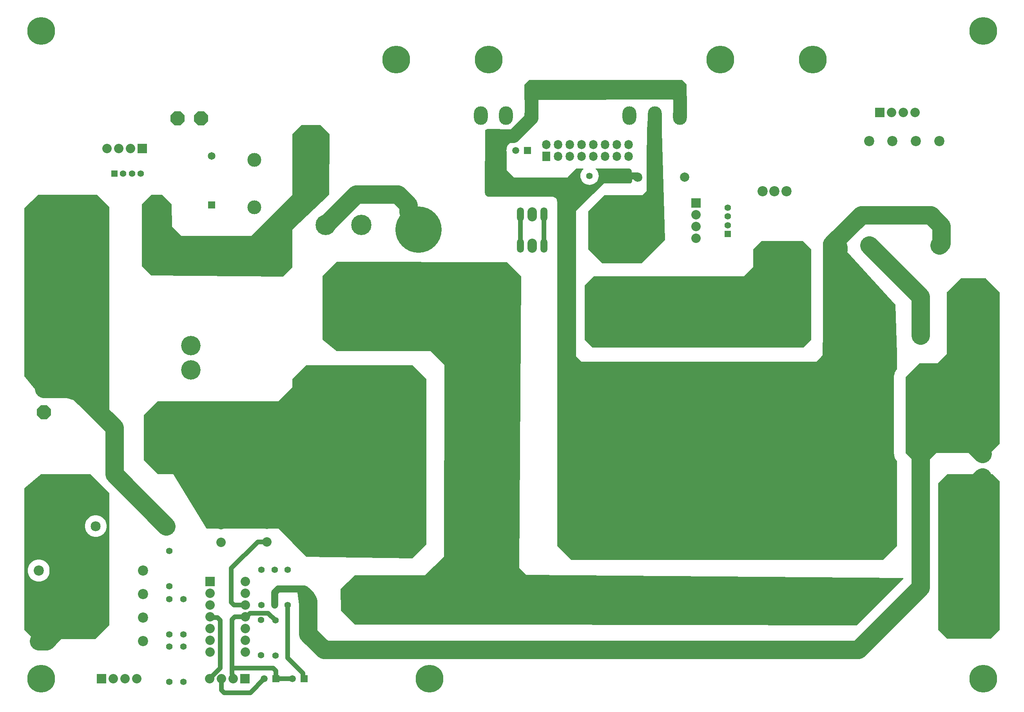
<source format=gbl>
G04*
G04 #@! TF.GenerationSoftware,Altium Limited,Altium Designer,22.5.1 (42)*
G04*
G04 Layer_Physical_Order=2*
G04 Layer_Color=16711680*
%FSLAX44Y44*%
%MOMM*%
G71*
G04*
G04 #@! TF.SameCoordinates,C796FD1A-AD25-48EF-AA2C-5B7F1B644D0D*
G04*
G04*
G04 #@! TF.FilePolarity,Positive*
G04*
G01*
G75*
%ADD16C,1.5000*%
%ADD47C,3.0000*%
%ADD48C,1.0000*%
%ADD49C,4.0000*%
%ADD50O,3.0000X4.0000*%
%ADD51C,3.0000*%
%ADD52C,4.4000*%
%ADD53C,2.0320*%
%ADD54O,2.0320X3.0480*%
%ADD55O,1.5000X3.0480*%
%ADD56R,2.0320X2.0320*%
%ADD57R,2.0320X2.0320*%
%ADD58C,2.1590*%
%ADD59P,3.2992X8X112.5*%
%ADD60P,3.2992X8X202.5*%
%ADD61C,2.0066*%
%ADD62O,1.8000X2.0000*%
%ADD63R,1.8000X2.0000*%
%ADD64C,6.0000*%
%ADD65C,2.2000*%
%ADD66C,1.4000*%
%ADD67R,1.4000X1.4000*%
%ADD68R,1.4000X1.4000*%
%ADD69C,2.0000*%
%ADD70C,10.0000*%
%ADD71R,1.5000X1.5000*%
%ADD72C,1.5000*%
%ADD73C,4.2000*%
%ADD74R,1.6500X1.6500*%
%ADD75C,1.6500*%
%ADD76C,0.7620*%
G36*
X0Y-9763D02*
Y-42599D01*
X-349621Y-43121D01*
X-350520Y-42224D01*
Y-9763D01*
X-350283D01*
X-340520Y0D01*
X-9763D01*
X0Y-9763D01*
D02*
G37*
G36*
X-771869Y-117033D02*
X-772737Y-248034D01*
X-851737Y-323034D01*
Y-405034D01*
X-871735Y-424850D01*
X-1156739Y-422219D01*
X-1176737Y-402034D01*
Y-268034D01*
X-1156737Y-248034D01*
X-1132737D01*
X-1112512Y-268032D01*
X-1111962Y-317037D01*
X-1091737Y-337034D01*
X-940737D01*
X-851737Y-248034D01*
Y-117034D01*
X-831737Y-97034D01*
X-791737D01*
X-771869Y-117033D01*
D02*
G37*
G36*
X-54102Y-82296D02*
X-46870Y-345167D01*
X-97737Y-396034D01*
X-182737D01*
X-212737Y-366034D01*
Y-284295D01*
X-212634Y-284103D01*
X-211850Y-283148D01*
X-178623Y-249921D01*
X-177668Y-249137D01*
X-177476Y-249034D01*
X-95737D01*
X-86106Y-239403D01*
Y-221532D01*
X-84633Y-218776D01*
X-83333Y-214491D01*
X-82894Y-210034D01*
X-83333Y-205578D01*
X-84633Y-201293D01*
X-86106Y-198536D01*
Y-108204D01*
X-83638Y-69455D01*
X-82544Y-68811D01*
X-54102Y-82296D01*
D02*
G37*
G36*
X269263Y-366034D02*
Y-561034D01*
X252263Y-578034D01*
X-203737D01*
X-220737Y-561034D01*
Y-444034D01*
X-200737Y-424034D01*
X123263D01*
X143263Y-404034D01*
Y-366034D01*
X161263Y-348034D01*
X251263D01*
X269263Y-366034D01*
D02*
G37*
G36*
X-1247737Y-274034D02*
Y-278034D01*
Y-712976D01*
X-1248753Y-713738D01*
X-1408919Y-667032D01*
X-1430919Y-640250D01*
Y-627034D01*
Y-278034D01*
Y-277066D01*
X-1400919Y-248034D01*
X-1273737D01*
X-1247737Y-274034D01*
D02*
G37*
G36*
X646265Y-428712D02*
Y-428955D01*
X676263Y-458954D01*
Y-786034D01*
X656263Y-806034D01*
X538681D01*
X520200Y-825351D01*
X519021Y-824878D01*
Y-806034D01*
X492517D01*
X493982Y-825059D01*
X492827Y-825588D01*
X473422Y-806034D01*
X473263D01*
Y-642083D01*
X473382Y-642034D01*
X503382Y-612034D01*
X542263D01*
X562263Y-592034D01*
Y-458034D01*
X562503D01*
X592261Y-428276D01*
X646265Y-428712D01*
D02*
G37*
G36*
X-562737Y-646034D02*
Y-1004034D01*
X-592745Y-1033619D01*
X-821729Y-1030450D01*
X-851737Y-999534D01*
X-881737Y-969034D01*
X-1037190D01*
X-1109201Y-852034D01*
X-1142737D01*
X-1172737Y-822034D01*
Y-724034D01*
X-1142737Y-694034D01*
X-881737D01*
X-851737Y-664034D01*
Y-646034D01*
X-821737Y-616034D01*
X-592737D01*
X-562737Y-646034D01*
D02*
G37*
G36*
X-403688Y-106166D02*
X-402758Y-106736D01*
X-398730Y-108405D01*
X-394491Y-109422D01*
X-390144Y-109764D01*
X-385797Y-109422D01*
X-381558Y-108405D01*
X-377530Y-106736D01*
X-376643Y-106193D01*
X-359487Y-106209D01*
X-359097Y-121616D01*
X-370986Y-131919D01*
X-373097Y-132127D01*
X-376904Y-133282D01*
X-380414Y-135157D01*
X-383489Y-137682D01*
X-386014Y-140757D01*
X-387889Y-144267D01*
X-388836Y-147388D01*
X-389098Y-147615D01*
X-389099Y-148628D01*
X-389435Y-152034D01*
X-389107Y-155359D01*
X-389154Y-194818D01*
X-373425Y-210566D01*
X-257469D01*
X-257321Y-210814D01*
X-256452Y-209861D01*
X-239269Y-191034D01*
X-223379D01*
X-222951Y-192230D01*
X-223934Y-193037D01*
X-226396Y-196036D01*
X-228225Y-199459D01*
X-229352Y-203172D01*
X-229732Y-207034D01*
X-229352Y-210896D01*
X-228225Y-214610D01*
X-226396Y-218032D01*
X-223934Y-221032D01*
X-220935Y-223493D01*
X-217512Y-225323D01*
X-213799Y-226449D01*
X-209937Y-226829D01*
X-206075Y-226449D01*
X-202361Y-225323D01*
X-198939Y-223493D01*
X-195939Y-221032D01*
X-193478Y-218032D01*
X-191648Y-214610D01*
X-190522Y-210896D01*
X-190142Y-207034D01*
X-190522Y-203172D01*
X-191648Y-199459D01*
X-193478Y-196036D01*
X-195939Y-193037D01*
X-196922Y-192230D01*
X-196495Y-191034D01*
X-124795Y-191034D01*
X-123544Y-191034D01*
X-121233Y-191992D01*
X-119463Y-193761D01*
X-118506Y-196073D01*
X-118506Y-197324D01*
X-118506Y-197324D01*
X-118506Y-197324D01*
X-118506Y-199155D01*
X-118491Y-199305D01*
X-118377Y-199583D01*
X-118164Y-199795D01*
X-117887Y-199909D01*
X-117737Y-199924D01*
X-117737D01*
X-117737Y-218546D01*
X-117737Y-219541D01*
X-118498Y-221379D01*
X-119904Y-222785D01*
X-121657Y-223511D01*
X-177737D01*
X-178092Y-223546D01*
X-185781D01*
X-187902Y-225667D01*
X-191917Y-227813D01*
X-195784Y-230987D01*
X-230784Y-265987D01*
X-233958Y-269854D01*
X-236104Y-273869D01*
X-239269Y-277034D01*
Y-426578D01*
X-241958Y-429854D01*
X-244317Y-434267D01*
X-245769Y-439055D01*
X-246260Y-444034D01*
Y-561034D01*
X-245769Y-566013D01*
X-244317Y-570801D01*
X-241958Y-575214D01*
X-239269Y-578490D01*
Y-609034D01*
X293184D01*
X293425Y-568883D01*
X294296Y-566013D01*
X294786Y-561034D01*
Y-366034D01*
X294651Y-364666D01*
X294734Y-350927D01*
X336326Y-339472D01*
X338026Y-340942D01*
X340999Y-344315D01*
X343489Y-348057D01*
X345452Y-352101D01*
X346851Y-356372D01*
X347662Y-360794D01*
X347869Y-365284D01*
X347468Y-369761D01*
X346968Y-371952D01*
X346968Y-371952D01*
X451263Y-486034D01*
X454263Y-591034D01*
Y-625196D01*
X453616Y-625985D01*
X452042Y-627904D01*
X452040Y-627906D01*
X452038Y-627908D01*
X450870Y-630095D01*
X449683Y-632316D01*
X449682Y-632319D01*
X449681Y-632321D01*
X448955Y-634715D01*
X448231Y-637104D01*
X448231Y-637107D01*
X448230Y-637110D01*
X447981Y-639642D01*
X447740Y-642083D01*
Y-806034D01*
X448231Y-811013D01*
X449683Y-815801D01*
X452042Y-820214D01*
X454263Y-822921D01*
Y-1007034D01*
X424263Y-1037034D01*
X-249737D01*
X-279737Y-1007034D01*
X-279737Y-262941D01*
X-280047Y-262192D01*
X-280093Y-261246D01*
X-280463Y-259390D01*
X-281187Y-257642D01*
X-282238Y-256068D01*
X-283576Y-254731D01*
X-285149Y-253679D01*
X-286897Y-252955D01*
X-288753Y-252586D01*
X-289699Y-252540D01*
X-426257Y-252717D01*
X-427239Y-252718D01*
X-429164Y-252336D01*
X-430978Y-251586D01*
X-432611Y-250497D01*
X-434000Y-249110D01*
X-435091Y-247478D01*
X-435843Y-245665D01*
X-436227Y-243741D01*
X-436228Y-242759D01*
Y-242730D01*
X-435839Y-108268D01*
X-432140Y-106736D01*
X-431166Y-106140D01*
X-403688Y-106166D01*
D02*
G37*
G36*
X-822921Y-1093034D02*
X-822921Y-1093034D01*
X-822921Y-1093034D01*
X-820666Y-1094254D01*
X-816417Y-1097123D01*
X-812469Y-1100396D01*
X-808862Y-1104039D01*
X-805629Y-1108019D01*
X-802801Y-1112296D01*
X-800407Y-1116830D01*
X-798469Y-1121577D01*
X-797737Y-1124034D01*
X-834738Y-1147403D01*
X-835887Y-1146862D01*
X-842657Y-1093988D01*
X-841818Y-1093034D01*
X-822921Y-1093034D01*
D02*
G37*
G36*
X-387737Y-393964D02*
X-357928Y-424033D01*
X-361953Y-1054356D01*
X-347063Y-1069340D01*
X467799Y-1076250D01*
X468280Y-1077425D01*
X366891Y-1178814D01*
X-392737Y-1177034D01*
X-716737D01*
X-747017Y-1147037D01*
X-747456Y-1100032D01*
X-716737Y-1070034D01*
X-565737D01*
X-524202Y-1029965D01*
X-523338Y-616034D01*
X-553275Y-586034D01*
X-756737D01*
X-786737Y-561034D01*
Y-424034D01*
X-756737Y-393104D01*
X-387737Y-393964D01*
D02*
G37*
G36*
X676420Y-867046D02*
Y-867300D01*
X676445Y-875937D01*
X676445Y-1187857D01*
X657141Y-1207161D01*
X656658Y-1207034D01*
X562974D01*
X543263Y-1187552D01*
Y-872075D01*
X563151Y-852034D01*
X661408D01*
X676420Y-867046D01*
D02*
G37*
G36*
X-1247737Y-892034D02*
Y-1178034D01*
X-1277737Y-1208034D01*
X-1410737D01*
X-1430737Y-1188034D01*
Y-882034D01*
X-1394737Y-852034D01*
X-1287737D01*
X-1247737Y-892034D01*
D02*
G37*
%LPC*%
G36*
X-1274423Y-940539D02*
X-1279051D01*
X-1283590Y-941442D01*
X-1287866Y-943213D01*
X-1291714Y-945784D01*
X-1294987Y-949057D01*
X-1297558Y-952905D01*
X-1299329Y-957181D01*
X-1300232Y-961720D01*
Y-966348D01*
X-1299329Y-970887D01*
X-1297558Y-975163D01*
X-1294987Y-979011D01*
X-1291714Y-982284D01*
X-1287866Y-984855D01*
X-1283590Y-986626D01*
X-1279051Y-987529D01*
X-1274423D01*
X-1269883Y-986626D01*
X-1265608Y-984855D01*
X-1261760Y-982284D01*
X-1258487Y-979011D01*
X-1255916Y-975163D01*
X-1254145Y-970887D01*
X-1253242Y-966348D01*
Y-961720D01*
X-1254145Y-957181D01*
X-1255916Y-952905D01*
X-1258487Y-949057D01*
X-1261760Y-945784D01*
X-1265608Y-943213D01*
X-1269883Y-941442D01*
X-1274423Y-940539D01*
D02*
G37*
G36*
X-1397403Y-1036334D02*
X-1402071D01*
X-1406650Y-1037245D01*
X-1410963Y-1039032D01*
X-1414845Y-1041625D01*
X-1418146Y-1044926D01*
X-1420739Y-1048808D01*
X-1422526Y-1053121D01*
X-1423437Y-1057700D01*
Y-1062368D01*
X-1422526Y-1066947D01*
X-1420739Y-1071260D01*
X-1418146Y-1075142D01*
X-1414845Y-1078443D01*
X-1410963Y-1081037D01*
X-1406650Y-1082823D01*
X-1402071Y-1083734D01*
X-1397403D01*
X-1392824Y-1082823D01*
X-1388511Y-1081037D01*
X-1384629Y-1078443D01*
X-1381328Y-1075142D01*
X-1378734Y-1071260D01*
X-1376948Y-1066947D01*
X-1376037Y-1062368D01*
Y-1057700D01*
X-1376948Y-1053121D01*
X-1378734Y-1048808D01*
X-1381328Y-1044926D01*
X-1384629Y-1041625D01*
X-1388511Y-1039032D01*
X-1392824Y-1037245D01*
X-1397403Y-1036334D01*
D02*
G37*
%LPD*%
D16*
X-105744Y-209829D02*
X-103871Y-211702D01*
X-108532Y-207041D02*
X-105744Y-209829D01*
X-108539Y-207034D02*
X-108532Y-207041D01*
X-108737Y-207034D02*
X-108539D01*
X-133737D02*
X-108737D01*
X563263Y-692034D02*
X573263Y-682034D01*
X563263Y-764634D02*
Y-692034D01*
X-882879Y-1100034D02*
X-826524D01*
X-817737Y-1108821D01*
Y-1126034D02*
Y-1108821D01*
X-890237Y-1107392D02*
X-882879Y-1100034D01*
X-890237Y-1134134D02*
Y-1107392D01*
X-1071357Y-895414D02*
Y-798874D01*
Y-895414D02*
X-1005737Y-961034D01*
D47*
X-69088Y-139700D02*
Y-76979D01*
X-335534D02*
Y-18491D01*
X-412496Y-120904D02*
X-374459D01*
X-414782Y-123190D02*
X-412496Y-120904D01*
X-374459D02*
X-335534Y-81979D01*
Y-76979D01*
X-85598Y-19601D02*
X-32052D01*
X-14478Y-76979D02*
Y-37175D01*
X-32052Y-19601D02*
X-14478Y-37175D01*
D48*
X-108532Y-207041D02*
G03*
X-108737Y-207034I-205J-2993D01*
G01*
X-105744Y-209829D02*
G03*
X-108532Y-207041I-2993J-205D01*
G01*
X-105737Y-210034D02*
G03*
X-105744Y-209829I-3000J0D01*
G01*
X-81337Y-142494D02*
X-69088Y-139700D01*
X-81337Y-252914D02*
Y-142494D01*
X617083Y-791934D02*
X620123Y-788894D01*
X-359237Y-290694D02*
Y-282954D01*
X-308437Y-358004D02*
Y-290694D01*
X-359237Y-358004D02*
Y-290694D01*
X-169737Y-207034D02*
X-133737D01*
X-243737Y-281034D02*
X-169737Y-207034D01*
X-152227Y-323804D02*
X-81337Y-252914D01*
X-243737Y-599198D02*
Y-281034D01*
Y-599198D02*
X-198493Y-644442D01*
X-983737Y-1055034D02*
X-926737Y-998034D01*
X-977879Y-1134634D02*
X-953537D01*
X-983737Y-1128776D02*
X-977879Y-1134634D01*
X-983737Y-1128776D02*
Y-1055034D01*
X-887337Y-1294034D02*
X-887318Y-1294015D01*
X-851756D02*
X-851737Y-1293996D01*
X-887318Y-1294015D02*
X-851756D01*
X-828837Y-1291496D02*
Y-1281934D01*
X-861737Y-1249034D02*
Y-1134134D01*
X-828837Y-1291496D02*
X-826337Y-1293996D01*
X-861737Y-1249034D02*
X-828837Y-1281934D01*
X-982737Y-1271034D02*
Y-1165892D01*
Y-1283737D02*
Y-1271034D01*
X-887737Y-1293634D02*
Y-1277034D01*
Y-1293634D02*
X-887337Y-1294034D01*
X-893737Y-1271034D02*
X-887737Y-1277034D01*
X-982737Y-1271034D02*
X-893737D01*
X-1005137Y-1318176D02*
X-999279Y-1324034D01*
X-942737D01*
X-1005137Y-1318176D02*
Y-1294034D01*
X-942737Y-1324034D02*
X-912737Y-1294034D01*
X-982737Y-1283737D02*
X-981711Y-1284762D01*
Y-1292060D02*
Y-1284762D01*
Y-1292060D02*
X-979737Y-1294034D01*
X-1007737Y-1271234D02*
Y-1167892D01*
X-1030537Y-1294034D02*
X-1007737Y-1271234D01*
X-953537Y-1160034D02*
X-950744D01*
X-976879D02*
X-953537D01*
X-982737Y-1165892D02*
X-976879Y-1160034D01*
X-926737Y-998034D02*
X-906737D01*
X-904309Y-1152394D02*
X-888770Y-1167934D01*
X-943104Y-1152394D02*
X-904309D01*
X-888770Y-1167934D02*
X-888737D01*
X-950744Y-1160034D02*
X-943104Y-1152394D01*
X-1029737Y-1160034D02*
X-1027762Y-1162009D01*
X-1013620D01*
X-1007737Y-1167892D01*
X-1005187Y-960484D02*
X-907287D01*
X-1005737Y-961034D02*
X-1005187Y-960484D01*
X-907287D02*
X-906737Y-959934D01*
X625272Y-868134D02*
X634572Y-858834D01*
X639263D01*
D49*
X505263Y-1015034D02*
Y-705466D01*
X314263Y-602034D02*
Y-355034D01*
X244991Y-644442D02*
X245374Y-644059D01*
X272238D01*
X314263Y-602034D01*
X-1357305Y-1185603D02*
Y-941702D01*
X-1377737Y-921270D02*
Y-905034D01*
Y-921270D02*
X-1357305Y-941702D01*
X-1320647Y-667124D02*
X-1236737Y-751034D01*
Y-851634D02*
X-1124337Y-964034D01*
X-1236737Y-851634D02*
Y-751034D01*
X-1388857Y-667124D02*
X-1320647D01*
X-1120125Y-361286D02*
X-930988D01*
X-805922Y-236219D02*
Y-135726D01*
X-930988Y-361286D02*
X-805922Y-236219D01*
X-1143557Y-303564D02*
Y-278564D01*
Y-329564D02*
Y-303564D01*
Y-337854D02*
Y-329564D01*
X-805922Y-135726D02*
X-805157Y-134961D01*
X-1143557Y-337854D02*
X-1120125Y-361286D01*
X-601172Y-285343D02*
X-578947Y-307568D01*
Y-323804D02*
Y-307568D01*
X-601172Y-285343D02*
Y-270466D01*
X-779754Y-312964D02*
X-713825Y-247034D01*
X-624603D02*
X-601172Y-270466D01*
X-713825Y-247034D02*
X-624603D01*
X-637659Y-1153804D02*
X-490168D01*
Y-492042D02*
X-466737Y-515474D01*
X-490168Y-1153804D02*
X-466737Y-1130373D01*
X-637659Y-492042D02*
X-490168D01*
X-466737Y-1130373D02*
Y-515474D01*
X314263Y-355034D02*
X377263Y-292034D01*
X573263Y-682034D02*
X620123D01*
X-817737Y-1197034D02*
X-783737Y-1231034D01*
X-817737Y-1197034D02*
Y-1126034D01*
X-783737Y-1231034D02*
X370263D01*
X505263Y-1096034D01*
Y-1015034D01*
Y-705466D02*
X528695Y-682034D01*
X573263D01*
X-1399737Y-1212034D02*
X-1383737D01*
X-1357305Y-1185603D01*
X526832Y-292034D02*
X550263Y-315466D01*
X546263Y-357034D02*
X550263Y-353034D01*
Y-315466D01*
X377263Y-292034D02*
X526832D01*
X394263Y-357034D02*
X505263Y-468034D01*
Y-552034D02*
Y-468034D01*
X620123Y-682034D02*
Y-525034D01*
Y-788894D02*
Y-682034D01*
X618853Y-879244D02*
X639263Y-858834D01*
X618853Y-1125784D02*
Y-879244D01*
X620123Y-788894D02*
X639263Y-808034D01*
D50*
X-14478Y-76979D02*
D03*
X-123698D02*
D03*
X-69088D02*
D03*
X-390144D02*
D03*
X-444754D02*
D03*
X-335534D02*
D03*
D51*
X-933757Y-274964D02*
D03*
Y-172964D02*
D03*
D52*
X-779754Y-312964D02*
D03*
X-702759D02*
D03*
X-805157Y-134961D02*
D03*
D53*
X-1005737Y-961034D02*
D03*
Y-999134D02*
D03*
X-906737Y-959934D02*
D03*
Y-998034D02*
D03*
X-1029737Y-1109234D02*
D03*
Y-1134634D02*
D03*
Y-1160034D02*
D03*
Y-1185434D02*
D03*
Y-1210834D02*
D03*
Y-1236234D02*
D03*
X-953537D02*
D03*
Y-1210834D02*
D03*
Y-1185434D02*
D03*
Y-1160034D02*
D03*
Y-1134634D02*
D03*
Y-1109234D02*
D03*
Y-1083834D02*
D03*
X-1187937Y-1293996D02*
D03*
X-1213337D02*
D03*
X-1238737D02*
D03*
X493463Y-70034D02*
D03*
X468063D02*
D03*
X442663D02*
D03*
X-1252777Y-147954D02*
D03*
X-1227377D02*
D03*
X-1201977D02*
D03*
X20263Y-341834D02*
D03*
Y-316434D02*
D03*
Y-291034D02*
D03*
X-1030537Y-1294034D02*
D03*
X-1005137D02*
D03*
X-979737D02*
D03*
D54*
X-333837Y-358004D02*
D03*
Y-290694D02*
D03*
D55*
X-308437Y-358004D02*
D03*
X-359237D02*
D03*
X-308437Y-290694D02*
D03*
X-359237D02*
D03*
D56*
X-1029737Y-1083834D02*
D03*
X-1264137Y-1293996D02*
D03*
X417263Y-70034D02*
D03*
X-1176577Y-147954D02*
D03*
X-954337Y-1294034D02*
D03*
D57*
X20263Y-265634D02*
D03*
D58*
X563263Y-764634D02*
D03*
Y-917034D02*
D03*
X-1124337Y-964034D02*
D03*
X-1276737D02*
D03*
D59*
X-1388857Y-667124D02*
D03*
Y-717924D02*
D03*
X639263Y-858834D02*
D03*
Y-808034D02*
D03*
D60*
X-1099737Y-83034D02*
D03*
X-1048937D02*
D03*
D61*
X-4137Y-210034D02*
D03*
X-105737D02*
D03*
D62*
X-150937Y-165034D02*
D03*
X-176337D02*
D03*
X-150937Y-139634D02*
D03*
X-176337D02*
D03*
X-252537Y-165034D02*
D03*
X-227137D02*
D03*
Y-139634D02*
D03*
X-252537D02*
D03*
X-125537D02*
D03*
Y-165034D02*
D03*
X-201737D02*
D03*
Y-139634D02*
D03*
X-277937D02*
D03*
Y-165034D02*
D03*
X-303337Y-139634D02*
D03*
D63*
Y-165034D02*
D03*
D64*
X272288Y43925D02*
D03*
X-627737D02*
D03*
X72288D02*
D03*
X-427737Y43966D02*
D03*
X640263Y105966D02*
D03*
X-1394737D02*
D03*
X-555737Y-1293996D02*
D03*
X640263D02*
D03*
X-1394737D02*
D03*
D65*
X-1143557Y-329564D02*
D03*
Y-303564D02*
D03*
X-1272557Y-329564D02*
D03*
Y-303564D02*
D03*
Y-278564D02*
D03*
X-1143557D02*
D03*
X215263Y-240034D02*
D03*
X189263D02*
D03*
X215263Y-369034D02*
D03*
X189263D02*
D03*
X164263D02*
D03*
Y-240034D02*
D03*
X-1174737Y-1212034D02*
D03*
Y-1161234D02*
D03*
Y-1110434D02*
D03*
X-1399737Y-1212034D02*
D03*
Y-1060034D02*
D03*
X-1174737D02*
D03*
X394263Y-132034D02*
D03*
Y-357034D02*
D03*
X546263D02*
D03*
X444663Y-132034D02*
D03*
X495463D02*
D03*
X546263D02*
D03*
D66*
X-1179557Y-202564D02*
D03*
X-1217557D02*
D03*
X-1198557D02*
D03*
X88263Y-276034D02*
D03*
Y-314034D02*
D03*
Y-295034D02*
D03*
X-1087737Y-1198134D02*
D03*
Y-1121934D02*
D03*
X-133737Y-207034D02*
D03*
X-209937D02*
D03*
X-1117737Y-1121934D02*
D03*
Y-1198134D02*
D03*
Y-1017934D02*
D03*
Y-1094134D02*
D03*
Y-1223934D02*
D03*
Y-1300134D02*
D03*
X-1087737Y-1223934D02*
D03*
Y-1300134D02*
D03*
X-861737Y-1057934D02*
D03*
Y-1134134D02*
D03*
X-918737Y-1057934D02*
D03*
Y-1134134D02*
D03*
X-890237D02*
D03*
Y-1057934D02*
D03*
X-919737Y-1166934D02*
D03*
Y-1243134D02*
D03*
X-888737Y-1244134D02*
D03*
Y-1167934D02*
D03*
D67*
X-1236557Y-202564D02*
D03*
D68*
X88263Y-333034D02*
D03*
D69*
X505263Y-555034D02*
D03*
Y-1015034D02*
D03*
X505263Y-798034D02*
D03*
D70*
X620123Y-525034D02*
D03*
X-1377247Y-395344D02*
D03*
X618853Y-1125784D02*
D03*
X-1377737Y-905034D02*
D03*
X-578947Y-323804D02*
D03*
X-152227D02*
D03*
D71*
X-887337Y-1294034D02*
D03*
X-826337Y-1293996D02*
D03*
X-343737Y-152034D02*
D03*
D72*
X-912737Y-1294034D02*
D03*
X-851737Y-1293996D02*
D03*
X-369137Y-152034D02*
D03*
D73*
X-1071357Y-626484D02*
D03*
Y-726484D02*
D03*
Y-574084D02*
D03*
Y-798874D02*
D03*
X244991Y-1101404D02*
D03*
Y-1001404D02*
D03*
Y-1153804D02*
D03*
Y-929014D02*
D03*
X-198493D02*
D03*
Y-1153804D02*
D03*
Y-1001404D02*
D03*
Y-1101404D02*
D03*
X-637659D02*
D03*
Y-1001404D02*
D03*
Y-1153804D02*
D03*
Y-929014D02*
D03*
X244991Y-716832D02*
D03*
Y-492042D02*
D03*
Y-644442D02*
D03*
Y-544442D02*
D03*
X-198493D02*
D03*
Y-644442D02*
D03*
Y-492042D02*
D03*
Y-716832D02*
D03*
X-637659D02*
D03*
Y-492042D02*
D03*
Y-644442D02*
D03*
Y-544442D02*
D03*
D74*
X-1026467Y-270414D02*
D03*
D75*
Y-164414D02*
D03*
D76*
X666222Y-461035D02*
D03*
Y-491355D02*
D03*
Y-582315D02*
D03*
Y-612635D02*
D03*
Y-642955D02*
D03*
Y-673275D02*
D03*
Y-703595D02*
D03*
Y-733915D02*
D03*
Y-764235D02*
D03*
X651062Y-461035D02*
D03*
X658642Y-476195D02*
D03*
Y-567155D02*
D03*
X651062Y-582315D02*
D03*
X658642Y-597475D02*
D03*
X651062Y-612635D02*
D03*
X658642Y-627795D02*
D03*
X651062Y-642955D02*
D03*
X658642Y-658115D02*
D03*
X651062Y-673275D02*
D03*
X658642Y-688435D02*
D03*
X651062Y-703595D02*
D03*
X658642Y-718755D02*
D03*
X651062Y-733915D02*
D03*
X658642Y-749075D02*
D03*
X651062Y-764235D02*
D03*
X658642Y-779395D02*
D03*
X643482Y-445875D02*
D03*
X635902Y-461035D02*
D03*
Y-582315D02*
D03*
X643482Y-597475D02*
D03*
X635902Y-612635D02*
D03*
X643482Y-627795D02*
D03*
X635902Y-642955D02*
D03*
X643482Y-658115D02*
D03*
X635902Y-673275D02*
D03*
X643482Y-688435D02*
D03*
X635902Y-703595D02*
D03*
X643482Y-718755D02*
D03*
X635902Y-733915D02*
D03*
X643482Y-749075D02*
D03*
X635902Y-764235D02*
D03*
X643482Y-779395D02*
D03*
X628322Y-445875D02*
D03*
X620742Y-461035D02*
D03*
Y-582315D02*
D03*
X628322Y-597475D02*
D03*
X620742Y-612635D02*
D03*
X628322Y-627795D02*
D03*
X620742Y-642955D02*
D03*
X628322Y-658115D02*
D03*
X620742Y-673275D02*
D03*
X628322Y-688435D02*
D03*
X620742Y-703595D02*
D03*
X628322Y-718755D02*
D03*
X620742Y-733915D02*
D03*
X628322Y-749075D02*
D03*
X620742Y-764235D02*
D03*
X628322Y-779395D02*
D03*
X620742Y-794555D02*
D03*
X613162Y-445875D02*
D03*
X605582Y-461035D02*
D03*
Y-582315D02*
D03*
X613162Y-597475D02*
D03*
X605582Y-612635D02*
D03*
X613162Y-627795D02*
D03*
X605582Y-642955D02*
D03*
X613162Y-658115D02*
D03*
X605582Y-673275D02*
D03*
X613162Y-688435D02*
D03*
X605582Y-703595D02*
D03*
X613162Y-718755D02*
D03*
X605582Y-733915D02*
D03*
X613162Y-749075D02*
D03*
X605582Y-764235D02*
D03*
X613162Y-779395D02*
D03*
X605582Y-794555D02*
D03*
X598002Y-445875D02*
D03*
X590422Y-461035D02*
D03*
Y-582315D02*
D03*
X598002Y-597475D02*
D03*
X590422Y-612635D02*
D03*
X598002Y-627795D02*
D03*
X590422Y-642955D02*
D03*
X598002Y-658115D02*
D03*
X590422Y-673275D02*
D03*
X598002Y-688435D02*
D03*
X590422Y-703595D02*
D03*
X598002Y-718755D02*
D03*
X590422Y-733915D02*
D03*
X598002Y-749075D02*
D03*
X590422Y-764235D02*
D03*
X598002Y-779395D02*
D03*
X590422Y-794555D02*
D03*
X575262Y-461035D02*
D03*
X582842Y-476195D02*
D03*
X575262Y-491355D02*
D03*
X582842Y-567155D02*
D03*
X575262Y-582315D02*
D03*
X582842Y-597475D02*
D03*
X575262Y-612635D02*
D03*
X582842Y-627795D02*
D03*
X575262Y-642955D02*
D03*
X582842Y-658115D02*
D03*
X575262Y-673275D02*
D03*
X582842Y-688435D02*
D03*
X575262Y-703595D02*
D03*
X582842Y-718755D02*
D03*
X575262Y-733915D02*
D03*
X582842Y-749075D02*
D03*
Y-779395D02*
D03*
X575262Y-794555D02*
D03*
X567682Y-597475D02*
D03*
X560102Y-612635D02*
D03*
X567682Y-627795D02*
D03*
X560102Y-642955D02*
D03*
X567682Y-658115D02*
D03*
X560102Y-673275D02*
D03*
X567682Y-688435D02*
D03*
X560102Y-703595D02*
D03*
X567682Y-718755D02*
D03*
X560102Y-733915D02*
D03*
X567682Y-749075D02*
D03*
Y-779395D02*
D03*
X560102Y-794555D02*
D03*
X552522Y-627795D02*
D03*
X544942Y-642955D02*
D03*
X552522Y-658115D02*
D03*
X544942Y-673275D02*
D03*
X552522Y-688435D02*
D03*
X544942Y-703595D02*
D03*
X552522Y-718755D02*
D03*
X544942Y-733915D02*
D03*
X552522Y-749075D02*
D03*
X544942Y-764235D02*
D03*
X552522Y-779395D02*
D03*
X544942Y-794555D02*
D03*
X537362Y-627795D02*
D03*
X529782Y-642955D02*
D03*
X537362Y-658115D02*
D03*
X529782Y-673275D02*
D03*
X537362Y-688435D02*
D03*
X529782Y-703595D02*
D03*
X537362Y-718755D02*
D03*
X529782Y-733915D02*
D03*
X537362Y-749075D02*
D03*
X529782Y-764235D02*
D03*
X537362Y-779395D02*
D03*
X529782Y-794555D02*
D03*
X522202Y-627795D02*
D03*
X514622Y-642955D02*
D03*
X522202Y-658115D02*
D03*
X514622Y-673275D02*
D03*
X522202Y-688435D02*
D03*
X514622Y-703595D02*
D03*
X522202Y-718755D02*
D03*
X514622Y-733915D02*
D03*
X522202Y-749075D02*
D03*
X514622Y-764235D02*
D03*
X522202Y-779395D02*
D03*
X507042Y-627795D02*
D03*
X499462Y-642955D02*
D03*
X507042Y-658115D02*
D03*
X499462Y-673275D02*
D03*
X507042Y-688435D02*
D03*
X499462Y-703595D02*
D03*
X507042Y-718755D02*
D03*
X499462Y-733915D02*
D03*
X507042Y-749075D02*
D03*
X499462Y-764235D02*
D03*
X507042Y-779395D02*
D03*
X666222Y-885515D02*
D03*
Y-915835D02*
D03*
Y-946155D02*
D03*
Y-976475D02*
D03*
Y-1006795D02*
D03*
Y-1037115D02*
D03*
Y-1067434D02*
D03*
Y-1097755D02*
D03*
Y-1158394D02*
D03*
X651062Y-885515D02*
D03*
X658642Y-900675D02*
D03*
X651062Y-915835D02*
D03*
X658642Y-930995D02*
D03*
X651062Y-946155D02*
D03*
X658642Y-961315D02*
D03*
X651062Y-976475D02*
D03*
X658642Y-991635D02*
D03*
X651062Y-1006795D02*
D03*
X658642Y-1021955D02*
D03*
X651062Y-1037115D02*
D03*
X658642Y-1052275D02*
D03*
X651062Y-1067434D02*
D03*
X658642Y-1082595D02*
D03*
Y-1173555D02*
D03*
X651062Y-1188715D02*
D03*
X635902Y-885515D02*
D03*
X643482Y-900675D02*
D03*
X635902Y-915835D02*
D03*
X643482Y-930995D02*
D03*
X635902Y-946155D02*
D03*
X643482Y-961315D02*
D03*
X635902Y-976475D02*
D03*
X643482Y-991635D02*
D03*
X635902Y-1006795D02*
D03*
X643482Y-1021955D02*
D03*
X635902Y-1037115D02*
D03*
X643482Y-1052275D02*
D03*
X635902Y-1067434D02*
D03*
Y-1188715D02*
D03*
X620742Y-885515D02*
D03*
X628322Y-900675D02*
D03*
X620742Y-915835D02*
D03*
X628322Y-930995D02*
D03*
X620742Y-946155D02*
D03*
X628322Y-961315D02*
D03*
X620742Y-976475D02*
D03*
X628322Y-991635D02*
D03*
X620742Y-1006795D02*
D03*
X628322Y-1021955D02*
D03*
X620742Y-1037115D02*
D03*
X628322Y-1052275D02*
D03*
X620742Y-1067434D02*
D03*
Y-1188715D02*
D03*
X613162Y-870355D02*
D03*
X605582Y-885515D02*
D03*
X613162Y-900675D02*
D03*
X605582Y-915835D02*
D03*
X613162Y-930995D02*
D03*
X605582Y-946155D02*
D03*
X613162Y-961315D02*
D03*
X605582Y-976475D02*
D03*
X613162Y-991635D02*
D03*
X605582Y-1006795D02*
D03*
X613162Y-1021955D02*
D03*
X605582Y-1037115D02*
D03*
X613162Y-1052275D02*
D03*
X605582Y-1067434D02*
D03*
Y-1188715D02*
D03*
X598002Y-870355D02*
D03*
X590422Y-885515D02*
D03*
X598002Y-900675D02*
D03*
X590422Y-915835D02*
D03*
X598002Y-930995D02*
D03*
X590422Y-946155D02*
D03*
X598002Y-961315D02*
D03*
X590422Y-976475D02*
D03*
X598002Y-991635D02*
D03*
X590422Y-1006795D02*
D03*
X598002Y-1021955D02*
D03*
X590422Y-1037115D02*
D03*
X598002Y-1052275D02*
D03*
X590422Y-1067434D02*
D03*
Y-1188715D02*
D03*
X582842Y-870355D02*
D03*
X575262Y-885515D02*
D03*
X582842Y-900675D02*
D03*
Y-930995D02*
D03*
X575262Y-946155D02*
D03*
X582842Y-961315D02*
D03*
X575262Y-976475D02*
D03*
X582842Y-991635D02*
D03*
X575262Y-1006795D02*
D03*
X582842Y-1021955D02*
D03*
X575262Y-1037115D02*
D03*
X582842Y-1052275D02*
D03*
X575262Y-1067434D02*
D03*
X582842Y-1082595D02*
D03*
Y-1173555D02*
D03*
X575262Y-1188715D02*
D03*
X567682Y-870355D02*
D03*
X560102Y-885515D02*
D03*
X567682Y-900675D02*
D03*
X560102Y-946155D02*
D03*
X567682Y-961315D02*
D03*
X560102Y-976475D02*
D03*
X567682Y-991635D02*
D03*
X560102Y-1006795D02*
D03*
X567682Y-1021955D02*
D03*
X560102Y-1037115D02*
D03*
X567682Y-1052275D02*
D03*
X560102Y-1067434D02*
D03*
X567682Y-1082595D02*
D03*
X560102Y-1097755D02*
D03*
Y-1128074D02*
D03*
Y-1158394D02*
D03*
X567682Y-1173555D02*
D03*
X560102Y-1188715D02*
D03*
X552522Y-900675D02*
D03*
Y-930995D02*
D03*
Y-961315D02*
D03*
Y-991635D02*
D03*
Y-1021955D02*
D03*
Y-1052275D02*
D03*
Y-1082595D02*
D03*
Y-1112915D02*
D03*
Y-1143234D02*
D03*
Y-1173555D02*
D03*
X438822Y-642955D02*
D03*
Y-673275D02*
D03*
Y-703595D02*
D03*
Y-733915D02*
D03*
Y-764235D02*
D03*
Y-794555D02*
D03*
Y-824875D02*
D03*
X446402Y-840035D02*
D03*
X438822Y-855195D02*
D03*
X446402Y-870355D02*
D03*
X438822Y-885515D02*
D03*
X446402Y-900675D02*
D03*
X438822Y-915835D02*
D03*
X446402Y-930995D02*
D03*
X438822Y-946155D02*
D03*
X446402Y-961315D02*
D03*
X438822Y-976475D02*
D03*
X446402Y-991635D02*
D03*
X438822Y-1006795D02*
D03*
X423662Y-642955D02*
D03*
X431242Y-658115D02*
D03*
X423662Y-673275D02*
D03*
X431242Y-688435D02*
D03*
X423662Y-703595D02*
D03*
X431242Y-718755D02*
D03*
X423662Y-733915D02*
D03*
X431242Y-749075D02*
D03*
X423662Y-764235D02*
D03*
X431242Y-779395D02*
D03*
X423662Y-794555D02*
D03*
X431242Y-809715D02*
D03*
X423662Y-824875D02*
D03*
X431242Y-840035D02*
D03*
X423662Y-855195D02*
D03*
X431242Y-870355D02*
D03*
X423662Y-885515D02*
D03*
X431242Y-900675D02*
D03*
X423662Y-915835D02*
D03*
X431242Y-930995D02*
D03*
X423662Y-946155D02*
D03*
X431242Y-961315D02*
D03*
X423662Y-976475D02*
D03*
X431242Y-991635D02*
D03*
X423662Y-1006795D02*
D03*
X416082Y-627795D02*
D03*
X408502Y-642955D02*
D03*
X416082Y-658115D02*
D03*
X408502Y-673275D02*
D03*
X416082Y-688435D02*
D03*
X408502Y-703595D02*
D03*
X416082Y-718755D02*
D03*
X408502Y-733915D02*
D03*
X416082Y-749075D02*
D03*
X408502Y-764235D02*
D03*
X416082Y-779395D02*
D03*
X408502Y-794555D02*
D03*
X416082Y-809715D02*
D03*
X408502Y-824875D02*
D03*
X416082Y-840035D02*
D03*
X408502Y-855195D02*
D03*
X416082Y-870355D02*
D03*
X408502Y-885515D02*
D03*
X416082Y-900675D02*
D03*
X408502Y-915835D02*
D03*
X416082Y-930995D02*
D03*
X408502Y-946155D02*
D03*
X416082Y-961315D02*
D03*
X408502Y-976475D02*
D03*
X416082Y-991635D02*
D03*
X408502Y-1006795D02*
D03*
X416082Y-1021955D02*
D03*
X400922Y-627795D02*
D03*
X393342Y-642955D02*
D03*
X400922Y-658115D02*
D03*
X393342Y-673275D02*
D03*
X400922Y-688435D02*
D03*
X393342Y-703595D02*
D03*
X400922Y-718755D02*
D03*
X393342Y-733915D02*
D03*
X400922Y-749075D02*
D03*
X393342Y-764235D02*
D03*
X400922Y-779395D02*
D03*
X393342Y-794555D02*
D03*
X400922Y-809715D02*
D03*
X393342Y-824875D02*
D03*
X400922Y-840035D02*
D03*
X393342Y-855195D02*
D03*
X400922Y-870355D02*
D03*
X393342Y-885515D02*
D03*
X400922Y-900675D02*
D03*
X393342Y-915835D02*
D03*
X400922Y-930995D02*
D03*
X393342Y-946155D02*
D03*
X400922Y-961315D02*
D03*
X393342Y-976475D02*
D03*
X400922Y-991635D02*
D03*
X393342Y-1006795D02*
D03*
X400922Y-1021955D02*
D03*
X385762Y-627795D02*
D03*
X378182Y-642955D02*
D03*
X385762Y-658115D02*
D03*
X378182Y-673275D02*
D03*
X385762Y-688435D02*
D03*
X378182Y-703595D02*
D03*
X385762Y-718755D02*
D03*
X378182Y-733915D02*
D03*
X385762Y-749075D02*
D03*
X378182Y-764235D02*
D03*
X385762Y-779395D02*
D03*
X378182Y-794555D02*
D03*
X385762Y-809715D02*
D03*
X378182Y-824875D02*
D03*
X385762Y-840035D02*
D03*
X378182Y-855195D02*
D03*
X385762Y-870355D02*
D03*
X378182Y-885515D02*
D03*
X385762Y-900675D02*
D03*
X378182Y-915835D02*
D03*
X385762Y-930995D02*
D03*
X378182Y-946155D02*
D03*
X385762Y-961315D02*
D03*
X378182Y-976475D02*
D03*
X385762Y-991635D02*
D03*
X378182Y-1006795D02*
D03*
X385762Y-1021955D02*
D03*
X370602Y-627795D02*
D03*
X363022Y-642955D02*
D03*
X370602Y-658115D02*
D03*
X363022Y-673275D02*
D03*
X370602Y-688435D02*
D03*
X363022Y-703595D02*
D03*
X370602Y-718755D02*
D03*
X363022Y-733915D02*
D03*
X370602Y-749075D02*
D03*
X363022Y-764235D02*
D03*
X370602Y-779395D02*
D03*
X363022Y-794555D02*
D03*
X370602Y-809715D02*
D03*
X363022Y-824875D02*
D03*
X370602Y-840035D02*
D03*
X363022Y-855195D02*
D03*
X370602Y-870355D02*
D03*
X363022Y-885515D02*
D03*
X370602Y-900675D02*
D03*
X363022Y-915835D02*
D03*
X370602Y-930995D02*
D03*
X363022Y-946155D02*
D03*
X370602Y-961315D02*
D03*
X363022Y-976475D02*
D03*
X370602Y-991635D02*
D03*
X363022Y-1006795D02*
D03*
X370602Y-1021955D02*
D03*
X355442Y-627795D02*
D03*
X347862Y-642955D02*
D03*
X355442Y-658115D02*
D03*
X347862Y-673275D02*
D03*
X355442Y-688435D02*
D03*
X347862Y-703595D02*
D03*
X355442Y-718755D02*
D03*
X347862Y-733915D02*
D03*
X355442Y-749075D02*
D03*
X347862Y-764235D02*
D03*
X355442Y-779395D02*
D03*
X347862Y-794555D02*
D03*
X355442Y-809715D02*
D03*
X347862Y-824875D02*
D03*
X355442Y-840035D02*
D03*
X347862Y-855195D02*
D03*
X355442Y-870355D02*
D03*
X347862Y-885515D02*
D03*
X355442Y-900675D02*
D03*
X347862Y-915835D02*
D03*
X355442Y-930995D02*
D03*
X347862Y-946155D02*
D03*
X355442Y-961315D02*
D03*
X347862Y-976475D02*
D03*
X355442Y-991635D02*
D03*
X347862Y-1006795D02*
D03*
X355442Y-1021955D02*
D03*
X340282Y-627795D02*
D03*
X332702Y-642955D02*
D03*
X340282Y-658115D02*
D03*
X332702Y-673275D02*
D03*
X340282Y-688435D02*
D03*
X332702Y-703595D02*
D03*
X340282Y-718755D02*
D03*
X332702Y-733915D02*
D03*
X340282Y-749075D02*
D03*
X332702Y-764235D02*
D03*
X340282Y-779395D02*
D03*
X332702Y-794555D02*
D03*
X340282Y-809715D02*
D03*
X332702Y-824875D02*
D03*
X340282Y-840035D02*
D03*
X332702Y-855195D02*
D03*
X340282Y-870355D02*
D03*
X332702Y-885515D02*
D03*
X340282Y-900675D02*
D03*
X332702Y-915835D02*
D03*
X340282Y-930995D02*
D03*
X332702Y-946155D02*
D03*
X340282Y-961315D02*
D03*
X332702Y-976475D02*
D03*
X340282Y-991635D02*
D03*
X332702Y-1006795D02*
D03*
X340282Y-1021955D02*
D03*
X325122Y-627795D02*
D03*
X317542Y-642955D02*
D03*
X325122Y-658115D02*
D03*
X317542Y-673275D02*
D03*
X325122Y-688435D02*
D03*
X317542Y-703595D02*
D03*
X325122Y-718755D02*
D03*
X317542Y-733915D02*
D03*
X325122Y-749075D02*
D03*
X317542Y-764235D02*
D03*
X325122Y-779395D02*
D03*
X317542Y-794555D02*
D03*
X325122Y-809715D02*
D03*
X317542Y-824875D02*
D03*
X325122Y-840035D02*
D03*
X317542Y-855195D02*
D03*
X325122Y-870355D02*
D03*
X317542Y-885515D02*
D03*
X325122Y-900675D02*
D03*
X317542Y-915835D02*
D03*
X325122Y-930995D02*
D03*
X317542Y-946155D02*
D03*
X325122Y-961315D02*
D03*
X317542Y-976475D02*
D03*
X325122Y-991635D02*
D03*
X317542Y-1006795D02*
D03*
X325122Y-1021955D02*
D03*
X309962Y-627795D02*
D03*
X302382Y-642955D02*
D03*
X309962Y-658115D02*
D03*
X302382Y-673275D02*
D03*
X309962Y-688435D02*
D03*
X302382Y-703595D02*
D03*
X309962Y-718755D02*
D03*
X302382Y-733915D02*
D03*
X309962Y-749075D02*
D03*
X302382Y-764235D02*
D03*
X309962Y-779395D02*
D03*
X302382Y-794555D02*
D03*
X309962Y-809715D02*
D03*
X302382Y-824875D02*
D03*
X309962Y-840035D02*
D03*
X302382Y-855195D02*
D03*
X309962Y-870355D02*
D03*
X302382Y-885515D02*
D03*
X309962Y-900675D02*
D03*
X302382Y-915835D02*
D03*
X309962Y-930995D02*
D03*
X302382Y-946155D02*
D03*
X309962Y-961315D02*
D03*
X302382Y-976475D02*
D03*
X309962Y-991635D02*
D03*
X302382Y-1006795D02*
D03*
X309962Y-1021955D02*
D03*
X294802Y-627795D02*
D03*
X287222Y-642955D02*
D03*
X294802Y-658115D02*
D03*
X287222Y-673275D02*
D03*
X294802Y-688435D02*
D03*
X287222Y-703595D02*
D03*
X294802Y-718755D02*
D03*
X287222Y-733915D02*
D03*
X294802Y-749075D02*
D03*
X287222Y-764235D02*
D03*
X294802Y-779395D02*
D03*
X287222Y-794555D02*
D03*
X294802Y-809715D02*
D03*
X287222Y-824875D02*
D03*
X294802Y-840035D02*
D03*
X287222Y-855195D02*
D03*
X294802Y-870355D02*
D03*
X287222Y-885515D02*
D03*
X294802Y-900675D02*
D03*
X287222Y-915835D02*
D03*
X294802Y-930995D02*
D03*
X287222Y-946155D02*
D03*
X294802Y-961315D02*
D03*
X287222Y-976475D02*
D03*
X294802Y-991635D02*
D03*
X287222Y-1006795D02*
D03*
X294802Y-1021955D02*
D03*
X279642Y-627795D02*
D03*
X272062Y-642955D02*
D03*
X279642Y-658115D02*
D03*
X272062Y-673275D02*
D03*
X279642Y-688435D02*
D03*
X272062Y-703595D02*
D03*
X279642Y-718755D02*
D03*
X272062Y-733915D02*
D03*
X279642Y-749075D02*
D03*
X272062Y-764235D02*
D03*
X279642Y-779395D02*
D03*
X272062Y-794555D02*
D03*
X279642Y-809715D02*
D03*
X272062Y-824875D02*
D03*
X279642Y-840035D02*
D03*
X272062Y-855195D02*
D03*
X279642Y-870355D02*
D03*
X272062Y-885515D02*
D03*
X279642Y-900675D02*
D03*
X272062Y-915835D02*
D03*
X279642Y-930995D02*
D03*
X272062Y-946155D02*
D03*
X279642Y-961315D02*
D03*
X272062Y-976475D02*
D03*
X279642Y-991635D02*
D03*
X272062Y-1006795D02*
D03*
X279642Y-1021955D02*
D03*
X264482Y-627795D02*
D03*
X256902Y-673275D02*
D03*
X264482Y-688435D02*
D03*
Y-749075D02*
D03*
X256902Y-764235D02*
D03*
X264482Y-779395D02*
D03*
X256902Y-794555D02*
D03*
X264482Y-809715D02*
D03*
X256902Y-824875D02*
D03*
X264482Y-840035D02*
D03*
X256902Y-855195D02*
D03*
X264482Y-870355D02*
D03*
X256902Y-885515D02*
D03*
X264482Y-900675D02*
D03*
Y-961315D02*
D03*
X256902Y-976475D02*
D03*
X264482Y-1021955D02*
D03*
X241742Y-673275D02*
D03*
X249322Y-688435D02*
D03*
Y-749075D02*
D03*
X241742Y-764235D02*
D03*
X249322Y-779395D02*
D03*
X241742Y-794555D02*
D03*
X249322Y-809715D02*
D03*
X241742Y-824875D02*
D03*
X249322Y-840035D02*
D03*
X241742Y-855195D02*
D03*
X249322Y-870355D02*
D03*
X241742Y-885515D02*
D03*
X249322Y-900675D02*
D03*
Y-961315D02*
D03*
X226582Y-673275D02*
D03*
X234162Y-688435D02*
D03*
Y-749075D02*
D03*
X226582Y-764235D02*
D03*
X234162Y-779395D02*
D03*
X226582Y-794555D02*
D03*
X234162Y-809715D02*
D03*
X226582Y-824875D02*
D03*
X234162Y-840035D02*
D03*
X226582Y-855195D02*
D03*
X234162Y-870355D02*
D03*
X226582Y-885515D02*
D03*
X234162Y-900675D02*
D03*
Y-961315D02*
D03*
X226582Y-976475D02*
D03*
X219002Y-627795D02*
D03*
X211422Y-642955D02*
D03*
X219002Y-658115D02*
D03*
X211422Y-673275D02*
D03*
X219002Y-688435D02*
D03*
X211422Y-703595D02*
D03*
X219002Y-718755D02*
D03*
X211422Y-733915D02*
D03*
X219002Y-749075D02*
D03*
X211422Y-764235D02*
D03*
X219002Y-779395D02*
D03*
X211422Y-794555D02*
D03*
X219002Y-809715D02*
D03*
X211422Y-824875D02*
D03*
X219002Y-840035D02*
D03*
X211422Y-855195D02*
D03*
X219002Y-870355D02*
D03*
X211422Y-885515D02*
D03*
X219002Y-900675D02*
D03*
X211422Y-915835D02*
D03*
X219002Y-930995D02*
D03*
X211422Y-946155D02*
D03*
X219002Y-961315D02*
D03*
X211422Y-976475D02*
D03*
X219002Y-991635D02*
D03*
X211422Y-1006795D02*
D03*
X219002Y-1021955D02*
D03*
X203842Y-627795D02*
D03*
X196262Y-642955D02*
D03*
X203842Y-658115D02*
D03*
X196262Y-673275D02*
D03*
X203842Y-688435D02*
D03*
X196262Y-703595D02*
D03*
X203842Y-718755D02*
D03*
X196262Y-733915D02*
D03*
X203842Y-749075D02*
D03*
X196262Y-764235D02*
D03*
X203842Y-779395D02*
D03*
X196262Y-794555D02*
D03*
X203842Y-809715D02*
D03*
X196262Y-824875D02*
D03*
X203842Y-840035D02*
D03*
X196262Y-855195D02*
D03*
X203842Y-870355D02*
D03*
X196262Y-885515D02*
D03*
X203842Y-900675D02*
D03*
X196262Y-915835D02*
D03*
X203842Y-930995D02*
D03*
X196262Y-946155D02*
D03*
X203842Y-961315D02*
D03*
X196262Y-976475D02*
D03*
X203842Y-991635D02*
D03*
X196262Y-1006795D02*
D03*
X203842Y-1021955D02*
D03*
X188682Y-627795D02*
D03*
X181102Y-642955D02*
D03*
X188682Y-658115D02*
D03*
X181102Y-673275D02*
D03*
X188682Y-688435D02*
D03*
X181102Y-703595D02*
D03*
X188682Y-718755D02*
D03*
X181102Y-733915D02*
D03*
X188682Y-749075D02*
D03*
X181102Y-764235D02*
D03*
X188682Y-779395D02*
D03*
X181102Y-794555D02*
D03*
X188682Y-809715D02*
D03*
X181102Y-824875D02*
D03*
X188682Y-840035D02*
D03*
X181102Y-855195D02*
D03*
X188682Y-870355D02*
D03*
X181102Y-885515D02*
D03*
X188682Y-900675D02*
D03*
X181102Y-915835D02*
D03*
X188682Y-930995D02*
D03*
X181102Y-946155D02*
D03*
X188682Y-961315D02*
D03*
X181102Y-976475D02*
D03*
X188682Y-991635D02*
D03*
X181102Y-1006795D02*
D03*
X188682Y-1021955D02*
D03*
X173522Y-627795D02*
D03*
X165942Y-642955D02*
D03*
X173522Y-658115D02*
D03*
X165942Y-673275D02*
D03*
X173522Y-688435D02*
D03*
X165942Y-703595D02*
D03*
X173522Y-718755D02*
D03*
X165942Y-733915D02*
D03*
X173522Y-749075D02*
D03*
X165942Y-764235D02*
D03*
X173522Y-779395D02*
D03*
X165942Y-794555D02*
D03*
X173522Y-809715D02*
D03*
X165942Y-824875D02*
D03*
X173522Y-840035D02*
D03*
X165942Y-855195D02*
D03*
X173522Y-870355D02*
D03*
X165942Y-885515D02*
D03*
X173522Y-900675D02*
D03*
X165942Y-915835D02*
D03*
X173522Y-930995D02*
D03*
X165942Y-946155D02*
D03*
X173522Y-961315D02*
D03*
X165942Y-976475D02*
D03*
X173522Y-991635D02*
D03*
X165942Y-1006795D02*
D03*
X173522Y-1021955D02*
D03*
X158362Y-627795D02*
D03*
X150782Y-642955D02*
D03*
X158362Y-658115D02*
D03*
X150782Y-673275D02*
D03*
X158362Y-688435D02*
D03*
X150782Y-703595D02*
D03*
X158362Y-718755D02*
D03*
X150782Y-733915D02*
D03*
X158362Y-749075D02*
D03*
X150782Y-764235D02*
D03*
X158362Y-779395D02*
D03*
X150782Y-794555D02*
D03*
X158362Y-809715D02*
D03*
X150782Y-824875D02*
D03*
X158362Y-840035D02*
D03*
X150782Y-855195D02*
D03*
X158362Y-870355D02*
D03*
X150782Y-885515D02*
D03*
X158362Y-900675D02*
D03*
X150782Y-915835D02*
D03*
X158362Y-930995D02*
D03*
X150782Y-946155D02*
D03*
X158362Y-961315D02*
D03*
X150782Y-976475D02*
D03*
X158362Y-991635D02*
D03*
X150782Y-1006795D02*
D03*
X158362Y-1021955D02*
D03*
X143202Y-627795D02*
D03*
X135622Y-642955D02*
D03*
X143202Y-658115D02*
D03*
X135622Y-673275D02*
D03*
X143202Y-688435D02*
D03*
X135622Y-703595D02*
D03*
X143202Y-718755D02*
D03*
X135622Y-733915D02*
D03*
X143202Y-749075D02*
D03*
X135622Y-764235D02*
D03*
X143202Y-779395D02*
D03*
X135622Y-794555D02*
D03*
X143202Y-809715D02*
D03*
X135622Y-824875D02*
D03*
X143202Y-840035D02*
D03*
X135622Y-855195D02*
D03*
X143202Y-870355D02*
D03*
X135622Y-885515D02*
D03*
X143202Y-900675D02*
D03*
X135622Y-915835D02*
D03*
X143202Y-930995D02*
D03*
X135622Y-946155D02*
D03*
X143202Y-961315D02*
D03*
X135622Y-976475D02*
D03*
X143202Y-991635D02*
D03*
X135622Y-1006795D02*
D03*
X143202Y-1021955D02*
D03*
X128042Y-627795D02*
D03*
X120462Y-642955D02*
D03*
X128042Y-658115D02*
D03*
X120462Y-673275D02*
D03*
X128042Y-688435D02*
D03*
X120462Y-703595D02*
D03*
X128042Y-718755D02*
D03*
X120462Y-733915D02*
D03*
X128042Y-749075D02*
D03*
X120462Y-764235D02*
D03*
X128042Y-779395D02*
D03*
X120462Y-794555D02*
D03*
X128042Y-809715D02*
D03*
X120462Y-824875D02*
D03*
X128042Y-840035D02*
D03*
X120462Y-855195D02*
D03*
X128042Y-870355D02*
D03*
X120462Y-885515D02*
D03*
X128042Y-900675D02*
D03*
X120462Y-915835D02*
D03*
X128042Y-930995D02*
D03*
X120462Y-946155D02*
D03*
X128042Y-961315D02*
D03*
X120462Y-976475D02*
D03*
X128042Y-991635D02*
D03*
X120462Y-1006795D02*
D03*
X128042Y-1021955D02*
D03*
X112882Y-627795D02*
D03*
X105302Y-642955D02*
D03*
X112882Y-658115D02*
D03*
X105302Y-673275D02*
D03*
X112882Y-688435D02*
D03*
X105302Y-703595D02*
D03*
X112882Y-718755D02*
D03*
X105302Y-733915D02*
D03*
X112882Y-749075D02*
D03*
X105302Y-764235D02*
D03*
X112882Y-779395D02*
D03*
X105302Y-794555D02*
D03*
X112882Y-809715D02*
D03*
X105302Y-824875D02*
D03*
X112882Y-840035D02*
D03*
X105302Y-855195D02*
D03*
X112882Y-870355D02*
D03*
X105302Y-885515D02*
D03*
X112882Y-900675D02*
D03*
X105302Y-915835D02*
D03*
X112882Y-930995D02*
D03*
X105302Y-946155D02*
D03*
X112882Y-961315D02*
D03*
X105302Y-976475D02*
D03*
X112882Y-991635D02*
D03*
X105302Y-1006795D02*
D03*
X112882Y-1021955D02*
D03*
X97722Y-627795D02*
D03*
X90142Y-642955D02*
D03*
X97722Y-658115D02*
D03*
X90142Y-673275D02*
D03*
X97722Y-688435D02*
D03*
X90142Y-703595D02*
D03*
X97722Y-718755D02*
D03*
X90142Y-733915D02*
D03*
X97722Y-749075D02*
D03*
X90142Y-764235D02*
D03*
X97722Y-779395D02*
D03*
X90142Y-794555D02*
D03*
X97722Y-809715D02*
D03*
X90142Y-824875D02*
D03*
X97722Y-840035D02*
D03*
X90142Y-855195D02*
D03*
X97722Y-870355D02*
D03*
X90142Y-885515D02*
D03*
X97722Y-900675D02*
D03*
X90142Y-915835D02*
D03*
X97722Y-930995D02*
D03*
X90142Y-946155D02*
D03*
X97722Y-961315D02*
D03*
X90142Y-976475D02*
D03*
X97722Y-991635D02*
D03*
X90142Y-1006795D02*
D03*
X97722Y-1021955D02*
D03*
X82562Y-627795D02*
D03*
X74982Y-642955D02*
D03*
X82562Y-658115D02*
D03*
X74982Y-673275D02*
D03*
X82562Y-688435D02*
D03*
X74982Y-703595D02*
D03*
X82562Y-718755D02*
D03*
X74982Y-733915D02*
D03*
X82562Y-749075D02*
D03*
X74982Y-764235D02*
D03*
X82562Y-779395D02*
D03*
X74982Y-794555D02*
D03*
X82562Y-809715D02*
D03*
X74982Y-824875D02*
D03*
X82562Y-840035D02*
D03*
X74982Y-855195D02*
D03*
X82562Y-870355D02*
D03*
X74982Y-885515D02*
D03*
X82562Y-900675D02*
D03*
X74982Y-915835D02*
D03*
X82562Y-930995D02*
D03*
X74982Y-946155D02*
D03*
X82562Y-961315D02*
D03*
X74982Y-976475D02*
D03*
X82562Y-991635D02*
D03*
X74982Y-1006795D02*
D03*
X82562Y-1021955D02*
D03*
X67402Y-627795D02*
D03*
X59822Y-642955D02*
D03*
X67402Y-658115D02*
D03*
X59822Y-673275D02*
D03*
X67402Y-688435D02*
D03*
X59822Y-703595D02*
D03*
X67402Y-718755D02*
D03*
X59822Y-733915D02*
D03*
X67402Y-749075D02*
D03*
X59822Y-764235D02*
D03*
X67402Y-779395D02*
D03*
X59822Y-794555D02*
D03*
X67402Y-809715D02*
D03*
X59822Y-824875D02*
D03*
X67402Y-840035D02*
D03*
X59822Y-855195D02*
D03*
X67402Y-870355D02*
D03*
X59822Y-885515D02*
D03*
X67402Y-900675D02*
D03*
X59822Y-915835D02*
D03*
X67402Y-930995D02*
D03*
X59822Y-946155D02*
D03*
X67402Y-961315D02*
D03*
X59822Y-976475D02*
D03*
X67402Y-991635D02*
D03*
X59822Y-1006795D02*
D03*
X67402Y-1021955D02*
D03*
X52242Y-627795D02*
D03*
X44662Y-642955D02*
D03*
X52242Y-658115D02*
D03*
X44662Y-673275D02*
D03*
X52242Y-688435D02*
D03*
X44662Y-703595D02*
D03*
X52242Y-718755D02*
D03*
X44662Y-733915D02*
D03*
X52242Y-749075D02*
D03*
X44662Y-764235D02*
D03*
X52242Y-779395D02*
D03*
X44662Y-794555D02*
D03*
X52242Y-809715D02*
D03*
X44662Y-824875D02*
D03*
X52242Y-840035D02*
D03*
X44662Y-855195D02*
D03*
X52242Y-870355D02*
D03*
X44662Y-885515D02*
D03*
X52242Y-900675D02*
D03*
X44662Y-915835D02*
D03*
X52242Y-930995D02*
D03*
X44662Y-946155D02*
D03*
X52242Y-961315D02*
D03*
X44662Y-976475D02*
D03*
X52242Y-991635D02*
D03*
X44662Y-1006795D02*
D03*
X52242Y-1021955D02*
D03*
X37082Y-627795D02*
D03*
X29502Y-642955D02*
D03*
X37082Y-658115D02*
D03*
X29502Y-673275D02*
D03*
X37082Y-688435D02*
D03*
X29502Y-703595D02*
D03*
X37082Y-718755D02*
D03*
X29502Y-733915D02*
D03*
X37082Y-749075D02*
D03*
X29502Y-764235D02*
D03*
X37082Y-779395D02*
D03*
X29502Y-794555D02*
D03*
X37082Y-809715D02*
D03*
X29502Y-824875D02*
D03*
X37082Y-840035D02*
D03*
X29502Y-855195D02*
D03*
X37082Y-870355D02*
D03*
X29502Y-885515D02*
D03*
X37082Y-900675D02*
D03*
X29502Y-915835D02*
D03*
X37082Y-930995D02*
D03*
X29502Y-946155D02*
D03*
X37082Y-961315D02*
D03*
X29502Y-976475D02*
D03*
X37082Y-991635D02*
D03*
X29502Y-1006795D02*
D03*
X37082Y-1021955D02*
D03*
X21922Y-627795D02*
D03*
X14342Y-642955D02*
D03*
X21922Y-658115D02*
D03*
X14342Y-673275D02*
D03*
X21922Y-688435D02*
D03*
X14342Y-703595D02*
D03*
X21922Y-718755D02*
D03*
X14342Y-733915D02*
D03*
X21922Y-749075D02*
D03*
X14342Y-764235D02*
D03*
X21922Y-779395D02*
D03*
X14342Y-794555D02*
D03*
X21922Y-809715D02*
D03*
X14342Y-824875D02*
D03*
X21922Y-840035D02*
D03*
X14342Y-855195D02*
D03*
X21922Y-870355D02*
D03*
X14342Y-885515D02*
D03*
X21922Y-900675D02*
D03*
X14342Y-915835D02*
D03*
X21922Y-930995D02*
D03*
X14342Y-946155D02*
D03*
X21922Y-961315D02*
D03*
X14342Y-976475D02*
D03*
X21922Y-991635D02*
D03*
X14342Y-1006795D02*
D03*
X21922Y-1021955D02*
D03*
X6762Y-627795D02*
D03*
X-818Y-642955D02*
D03*
X6762Y-658115D02*
D03*
X-818Y-673275D02*
D03*
X6762Y-688435D02*
D03*
X-818Y-703595D02*
D03*
X6762Y-718755D02*
D03*
X-818Y-733915D02*
D03*
X6762Y-749075D02*
D03*
X-818Y-764235D02*
D03*
X6762Y-779395D02*
D03*
X-818Y-794555D02*
D03*
X6762Y-809715D02*
D03*
X-818Y-824875D02*
D03*
X6762Y-840035D02*
D03*
X-818Y-855195D02*
D03*
X6762Y-870355D02*
D03*
X-818Y-885515D02*
D03*
X6762Y-900675D02*
D03*
X-818Y-915835D02*
D03*
X6762Y-930995D02*
D03*
X-818Y-946155D02*
D03*
X6762Y-961315D02*
D03*
X-818Y-976475D02*
D03*
X6762Y-991635D02*
D03*
X-818Y-1006795D02*
D03*
X6762Y-1021955D02*
D03*
X-8398Y-627795D02*
D03*
X-15978Y-642955D02*
D03*
X-8398Y-658115D02*
D03*
X-15978Y-673275D02*
D03*
X-8398Y-688435D02*
D03*
X-15978Y-703595D02*
D03*
X-8398Y-718755D02*
D03*
X-15978Y-733915D02*
D03*
X-8398Y-749075D02*
D03*
X-15978Y-764235D02*
D03*
X-8398Y-779395D02*
D03*
X-15978Y-794555D02*
D03*
X-8398Y-809715D02*
D03*
X-15978Y-824875D02*
D03*
X-8398Y-840035D02*
D03*
X-15978Y-855195D02*
D03*
X-8398Y-870355D02*
D03*
X-15978Y-885515D02*
D03*
X-8398Y-900675D02*
D03*
X-15978Y-915835D02*
D03*
X-8398Y-930995D02*
D03*
X-15978Y-946155D02*
D03*
X-8398Y-961315D02*
D03*
X-15978Y-976475D02*
D03*
X-8398Y-991635D02*
D03*
X-15978Y-1006795D02*
D03*
X-8398Y-1021955D02*
D03*
X-23558Y-627795D02*
D03*
X-31138Y-642955D02*
D03*
X-23558Y-658115D02*
D03*
X-31138Y-673275D02*
D03*
X-23558Y-688435D02*
D03*
X-31138Y-703595D02*
D03*
X-23558Y-718755D02*
D03*
X-31138Y-733915D02*
D03*
X-23558Y-749075D02*
D03*
X-31138Y-764235D02*
D03*
X-23558Y-779395D02*
D03*
X-31138Y-794555D02*
D03*
X-23558Y-809715D02*
D03*
X-31138Y-824875D02*
D03*
X-23558Y-840035D02*
D03*
X-31138Y-855195D02*
D03*
X-23558Y-870355D02*
D03*
X-31138Y-885515D02*
D03*
X-23558Y-900675D02*
D03*
X-31138Y-915835D02*
D03*
X-23558Y-930995D02*
D03*
X-31138Y-946155D02*
D03*
X-23558Y-961315D02*
D03*
X-31138Y-976475D02*
D03*
X-23558Y-991635D02*
D03*
X-31138Y-1006795D02*
D03*
X-23558Y-1021955D02*
D03*
X-38718Y-21395D02*
D03*
Y-627795D02*
D03*
X-46298Y-642955D02*
D03*
X-38718Y-658115D02*
D03*
X-46298Y-673275D02*
D03*
X-38718Y-688435D02*
D03*
X-46298Y-703595D02*
D03*
X-38718Y-718755D02*
D03*
X-46298Y-733915D02*
D03*
X-38718Y-749075D02*
D03*
X-46298Y-764235D02*
D03*
X-38718Y-779395D02*
D03*
X-46298Y-794555D02*
D03*
X-38718Y-809715D02*
D03*
X-46298Y-824875D02*
D03*
X-38718Y-840035D02*
D03*
X-46298Y-855195D02*
D03*
X-38718Y-870355D02*
D03*
X-46298Y-885515D02*
D03*
X-38718Y-900675D02*
D03*
X-46298Y-915835D02*
D03*
X-38718Y-930995D02*
D03*
X-46298Y-946155D02*
D03*
X-38718Y-961315D02*
D03*
X-46298Y-976475D02*
D03*
X-38718Y-991635D02*
D03*
X-46298Y-1006795D02*
D03*
X-38718Y-1021955D02*
D03*
X-53878Y-21395D02*
D03*
Y-627795D02*
D03*
X-61458Y-642955D02*
D03*
X-53878Y-658115D02*
D03*
X-61458Y-673275D02*
D03*
X-53878Y-688435D02*
D03*
X-61458Y-703595D02*
D03*
X-53878Y-718755D02*
D03*
X-61458Y-733915D02*
D03*
X-53878Y-749075D02*
D03*
X-61458Y-764235D02*
D03*
X-53878Y-779395D02*
D03*
X-61458Y-794555D02*
D03*
X-53878Y-809715D02*
D03*
X-61458Y-824875D02*
D03*
X-53878Y-840035D02*
D03*
X-61458Y-855195D02*
D03*
X-53878Y-870355D02*
D03*
X-61458Y-885515D02*
D03*
X-53878Y-900675D02*
D03*
X-61458Y-915835D02*
D03*
X-53878Y-930995D02*
D03*
X-61458Y-946155D02*
D03*
X-53878Y-961315D02*
D03*
X-61458Y-976475D02*
D03*
X-53878Y-991635D02*
D03*
X-61458Y-1006795D02*
D03*
X-53878Y-1021955D02*
D03*
X-69038Y-21395D02*
D03*
Y-627795D02*
D03*
X-76618Y-642955D02*
D03*
X-69038Y-658115D02*
D03*
X-76618Y-673275D02*
D03*
X-69038Y-688435D02*
D03*
X-76618Y-703595D02*
D03*
X-69038Y-718755D02*
D03*
X-76618Y-733915D02*
D03*
X-69038Y-749075D02*
D03*
X-76618Y-764235D02*
D03*
X-69038Y-779395D02*
D03*
X-76618Y-794555D02*
D03*
X-69038Y-809715D02*
D03*
X-76618Y-824875D02*
D03*
X-69038Y-840035D02*
D03*
X-76618Y-855195D02*
D03*
X-69038Y-870355D02*
D03*
X-76618Y-885515D02*
D03*
X-69038Y-900675D02*
D03*
X-76618Y-915835D02*
D03*
X-69038Y-930995D02*
D03*
X-76618Y-946155D02*
D03*
X-69038Y-961315D02*
D03*
X-76618Y-976475D02*
D03*
X-69038Y-991635D02*
D03*
X-76618Y-1006795D02*
D03*
X-69038Y-1021955D02*
D03*
X-84198Y-21395D02*
D03*
Y-627795D02*
D03*
X-91778Y-642955D02*
D03*
X-84198Y-658115D02*
D03*
X-91778Y-673275D02*
D03*
X-84198Y-688435D02*
D03*
X-91778Y-703595D02*
D03*
X-84198Y-718755D02*
D03*
X-91778Y-733915D02*
D03*
X-84198Y-749075D02*
D03*
X-91778Y-764235D02*
D03*
X-84198Y-779395D02*
D03*
X-91778Y-794555D02*
D03*
X-84198Y-809715D02*
D03*
X-91778Y-824875D02*
D03*
X-84198Y-840035D02*
D03*
X-91778Y-855195D02*
D03*
X-84198Y-870355D02*
D03*
X-91778Y-885515D02*
D03*
X-84198Y-900675D02*
D03*
X-91778Y-915835D02*
D03*
X-84198Y-930995D02*
D03*
X-91778Y-946155D02*
D03*
X-84198Y-961315D02*
D03*
X-91778Y-976475D02*
D03*
X-84198Y-991635D02*
D03*
X-91778Y-1006795D02*
D03*
X-84198Y-1021955D02*
D03*
X-99358Y-21395D02*
D03*
Y-627795D02*
D03*
X-106938Y-642955D02*
D03*
X-99358Y-658115D02*
D03*
X-106938Y-673275D02*
D03*
X-99358Y-688435D02*
D03*
X-106938Y-703595D02*
D03*
X-99358Y-718755D02*
D03*
X-106938Y-733915D02*
D03*
X-99358Y-749075D02*
D03*
X-106938Y-764235D02*
D03*
X-99358Y-779395D02*
D03*
X-106938Y-794555D02*
D03*
X-99358Y-809715D02*
D03*
X-106938Y-824875D02*
D03*
X-99358Y-840035D02*
D03*
X-106938Y-855195D02*
D03*
X-99358Y-870355D02*
D03*
X-106938Y-885515D02*
D03*
X-99358Y-900675D02*
D03*
X-106938Y-915835D02*
D03*
X-99358Y-930995D02*
D03*
X-106938Y-946155D02*
D03*
X-99358Y-961315D02*
D03*
X-106938Y-976475D02*
D03*
X-99358Y-991635D02*
D03*
X-106938Y-1006795D02*
D03*
X-99358Y-1021955D02*
D03*
X-114518Y-21395D02*
D03*
Y-627795D02*
D03*
X-122098Y-642955D02*
D03*
X-114518Y-658115D02*
D03*
X-122098Y-673275D02*
D03*
X-114518Y-688435D02*
D03*
X-122098Y-703595D02*
D03*
X-114518Y-718755D02*
D03*
X-122098Y-733915D02*
D03*
X-114518Y-749075D02*
D03*
X-122098Y-764235D02*
D03*
X-114518Y-779395D02*
D03*
X-122098Y-794555D02*
D03*
X-114518Y-809715D02*
D03*
X-122098Y-824875D02*
D03*
X-114518Y-840035D02*
D03*
X-122098Y-855195D02*
D03*
X-114518Y-870355D02*
D03*
X-122098Y-885515D02*
D03*
X-114518Y-900675D02*
D03*
X-122098Y-915835D02*
D03*
X-114518Y-930995D02*
D03*
X-122098Y-946155D02*
D03*
X-114518Y-961315D02*
D03*
X-122098Y-976475D02*
D03*
X-114518Y-991635D02*
D03*
X-122098Y-1006795D02*
D03*
X-114518Y-1021955D02*
D03*
X-129678Y-21395D02*
D03*
Y-627795D02*
D03*
X-137258Y-642955D02*
D03*
X-129678Y-658115D02*
D03*
X-137258Y-673275D02*
D03*
X-129678Y-688435D02*
D03*
X-137258Y-703595D02*
D03*
X-129678Y-718755D02*
D03*
X-137258Y-733915D02*
D03*
X-129678Y-749075D02*
D03*
X-137258Y-764235D02*
D03*
X-129678Y-779395D02*
D03*
X-137258Y-794555D02*
D03*
X-129678Y-809715D02*
D03*
X-137258Y-824875D02*
D03*
X-129678Y-840035D02*
D03*
X-137258Y-855195D02*
D03*
X-129678Y-870355D02*
D03*
X-137258Y-885515D02*
D03*
X-129678Y-900675D02*
D03*
X-137258Y-915835D02*
D03*
X-129678Y-930995D02*
D03*
X-137258Y-946155D02*
D03*
X-129678Y-961315D02*
D03*
X-137258Y-976475D02*
D03*
X-129678Y-991635D02*
D03*
X-137258Y-1006795D02*
D03*
X-129678Y-1021955D02*
D03*
X-144838Y-21395D02*
D03*
Y-627795D02*
D03*
X-152418Y-642955D02*
D03*
X-144838Y-658115D02*
D03*
X-152418Y-673275D02*
D03*
X-144838Y-688435D02*
D03*
X-152418Y-703595D02*
D03*
X-144838Y-718755D02*
D03*
X-152418Y-733915D02*
D03*
X-144838Y-749075D02*
D03*
X-152418Y-764235D02*
D03*
X-144838Y-779395D02*
D03*
X-152418Y-794555D02*
D03*
X-144838Y-809715D02*
D03*
X-152418Y-824875D02*
D03*
X-144838Y-840035D02*
D03*
X-152418Y-855195D02*
D03*
X-144838Y-870355D02*
D03*
X-152418Y-885515D02*
D03*
X-144838Y-900675D02*
D03*
X-152418Y-915835D02*
D03*
X-144838Y-930995D02*
D03*
X-152418Y-946155D02*
D03*
X-144838Y-961315D02*
D03*
X-152418Y-976475D02*
D03*
X-144838Y-991635D02*
D03*
X-152418Y-1006795D02*
D03*
X-144838Y-1021955D02*
D03*
X-159998Y-21395D02*
D03*
Y-627795D02*
D03*
X-167578Y-642955D02*
D03*
X-159998Y-658115D02*
D03*
X-167578Y-673275D02*
D03*
X-159998Y-688435D02*
D03*
X-167578Y-703595D02*
D03*
X-159998Y-718755D02*
D03*
X-167578Y-733915D02*
D03*
X-159998Y-749075D02*
D03*
X-167578Y-764235D02*
D03*
X-159998Y-779395D02*
D03*
X-167578Y-794555D02*
D03*
X-159998Y-809715D02*
D03*
X-167578Y-824875D02*
D03*
X-159998Y-840035D02*
D03*
X-167578Y-855195D02*
D03*
X-159998Y-870355D02*
D03*
X-167578Y-885515D02*
D03*
X-159998Y-900675D02*
D03*
X-167578Y-915835D02*
D03*
X-159998Y-930995D02*
D03*
X-167578Y-946155D02*
D03*
X-159998Y-961315D02*
D03*
X-167578Y-976475D02*
D03*
X-159998Y-991635D02*
D03*
X-167578Y-1006795D02*
D03*
X-159998Y-1021955D02*
D03*
X-175158Y-21395D02*
D03*
Y-627795D02*
D03*
Y-658115D02*
D03*
X-182738Y-673275D02*
D03*
X-175158Y-688435D02*
D03*
Y-749075D02*
D03*
X-182738Y-764235D02*
D03*
X-175158Y-779395D02*
D03*
X-182738Y-794555D02*
D03*
X-175158Y-809715D02*
D03*
X-182738Y-824875D02*
D03*
X-175158Y-840035D02*
D03*
X-182738Y-855195D02*
D03*
X-175158Y-870355D02*
D03*
X-182738Y-885515D02*
D03*
X-175158Y-900675D02*
D03*
Y-961315D02*
D03*
X-182738Y-976475D02*
D03*
X-175158Y-1021955D02*
D03*
X-190318Y-21395D02*
D03*
X-197898Y-673275D02*
D03*
X-190318Y-688435D02*
D03*
Y-749075D02*
D03*
X-197898Y-764235D02*
D03*
X-190318Y-779395D02*
D03*
X-197898Y-794555D02*
D03*
X-190318Y-809715D02*
D03*
X-197898Y-824875D02*
D03*
X-190318Y-840035D02*
D03*
X-197898Y-855195D02*
D03*
X-190318Y-870355D02*
D03*
X-197898Y-885515D02*
D03*
X-190318Y-900675D02*
D03*
Y-961315D02*
D03*
X-205478Y-21395D02*
D03*
X-213058Y-673275D02*
D03*
X-205478Y-688435D02*
D03*
Y-749075D02*
D03*
X-213058Y-764235D02*
D03*
X-205478Y-779395D02*
D03*
X-213058Y-794555D02*
D03*
X-205478Y-809715D02*
D03*
X-213058Y-824875D02*
D03*
X-205478Y-840035D02*
D03*
X-213058Y-855195D02*
D03*
X-205478Y-870355D02*
D03*
X-213058Y-885515D02*
D03*
X-205478Y-900675D02*
D03*
Y-961315D02*
D03*
X-213058Y-976475D02*
D03*
X-220638Y-21395D02*
D03*
Y-627795D02*
D03*
X-228218Y-642955D02*
D03*
X-220638Y-658115D02*
D03*
X-228218Y-673275D02*
D03*
X-220638Y-688435D02*
D03*
X-228218Y-703595D02*
D03*
Y-733915D02*
D03*
X-220638Y-749075D02*
D03*
X-228218Y-764235D02*
D03*
X-220638Y-779395D02*
D03*
X-228218Y-794555D02*
D03*
X-220638Y-809715D02*
D03*
X-228218Y-824875D02*
D03*
X-220638Y-840035D02*
D03*
X-228218Y-855195D02*
D03*
X-220638Y-870355D02*
D03*
X-228218Y-885515D02*
D03*
X-220638Y-900675D02*
D03*
X-228218Y-915835D02*
D03*
Y-946155D02*
D03*
X-220638Y-961315D02*
D03*
X-228218Y-976475D02*
D03*
Y-1006795D02*
D03*
X-220638Y-1021955D02*
D03*
X-235798Y-21395D02*
D03*
Y-627795D02*
D03*
X-243378Y-642955D02*
D03*
X-235798Y-658115D02*
D03*
X-243378Y-673275D02*
D03*
X-235798Y-688435D02*
D03*
X-243378Y-703595D02*
D03*
X-235798Y-718755D02*
D03*
X-243378Y-733915D02*
D03*
X-235798Y-749075D02*
D03*
X-243378Y-764235D02*
D03*
X-235798Y-779395D02*
D03*
X-243378Y-794555D02*
D03*
X-235798Y-809715D02*
D03*
X-243378Y-824875D02*
D03*
X-235798Y-840035D02*
D03*
X-243378Y-855195D02*
D03*
X-235798Y-870355D02*
D03*
X-243378Y-885515D02*
D03*
X-235798Y-900675D02*
D03*
X-243378Y-915835D02*
D03*
X-235798Y-930995D02*
D03*
X-243378Y-946155D02*
D03*
X-235798Y-961315D02*
D03*
X-243378Y-976475D02*
D03*
X-235798Y-991635D02*
D03*
X-243378Y-1006795D02*
D03*
X-235798Y-1021955D02*
D03*
X-250958Y-21395D02*
D03*
Y-627795D02*
D03*
X-258538Y-642955D02*
D03*
X-250958Y-658115D02*
D03*
X-258538Y-673275D02*
D03*
X-250958Y-688435D02*
D03*
X-258538Y-703595D02*
D03*
X-250958Y-718755D02*
D03*
X-258538Y-733915D02*
D03*
X-250958Y-749075D02*
D03*
X-258538Y-764235D02*
D03*
X-250958Y-779395D02*
D03*
X-258538Y-794555D02*
D03*
X-250958Y-809715D02*
D03*
X-258538Y-824875D02*
D03*
X-250958Y-840035D02*
D03*
X-258538Y-855195D02*
D03*
X-250958Y-870355D02*
D03*
X-258538Y-885515D02*
D03*
X-250958Y-900675D02*
D03*
X-258538Y-915835D02*
D03*
X-250958Y-930995D02*
D03*
X-258538Y-946155D02*
D03*
X-250958Y-961315D02*
D03*
X-258538Y-976475D02*
D03*
X-250958Y-991635D02*
D03*
X-258538Y-1006795D02*
D03*
X-250958Y-1021955D02*
D03*
X-266118Y-21395D02*
D03*
Y-627795D02*
D03*
X-273698Y-642955D02*
D03*
X-266118Y-658115D02*
D03*
X-273698Y-673275D02*
D03*
X-266118Y-688435D02*
D03*
X-273698Y-703595D02*
D03*
X-266118Y-718755D02*
D03*
X-273698Y-733915D02*
D03*
X-266118Y-749075D02*
D03*
X-273698Y-764235D02*
D03*
X-266118Y-779395D02*
D03*
X-273698Y-794555D02*
D03*
X-266118Y-809715D02*
D03*
X-273698Y-824875D02*
D03*
X-266118Y-840035D02*
D03*
X-273698Y-855195D02*
D03*
X-266118Y-870355D02*
D03*
X-273698Y-885515D02*
D03*
X-266118Y-900675D02*
D03*
X-273698Y-915835D02*
D03*
X-266118Y-930995D02*
D03*
X-273698Y-946155D02*
D03*
X-266118Y-961315D02*
D03*
X-273698Y-976475D02*
D03*
X-266118Y-991635D02*
D03*
X-281278Y-21395D02*
D03*
X-296438D02*
D03*
X-311598D02*
D03*
X-326758D02*
D03*
X-341918D02*
D03*
X-576898Y-642955D02*
D03*
X-569318Y-658115D02*
D03*
X-576898Y-673275D02*
D03*
X-569318Y-688435D02*
D03*
X-576898Y-703595D02*
D03*
X-569318Y-718755D02*
D03*
X-576898Y-733915D02*
D03*
X-569318Y-749075D02*
D03*
X-576898Y-764235D02*
D03*
X-569318Y-779395D02*
D03*
X-576898Y-794555D02*
D03*
X-569318Y-809715D02*
D03*
X-576898Y-824875D02*
D03*
X-569318Y-840035D02*
D03*
X-576898Y-855195D02*
D03*
X-569318Y-870355D02*
D03*
X-576898Y-885515D02*
D03*
X-569318Y-900675D02*
D03*
X-576898Y-915835D02*
D03*
X-569318Y-930995D02*
D03*
X-576898Y-946155D02*
D03*
X-569318Y-961315D02*
D03*
X-576898Y-976475D02*
D03*
X-569318Y-991635D02*
D03*
X-576898Y-1006795D02*
D03*
X-592057Y-642955D02*
D03*
X-584478Y-658115D02*
D03*
X-592057Y-673275D02*
D03*
X-584478Y-688435D02*
D03*
X-592057Y-703595D02*
D03*
X-584478Y-718755D02*
D03*
X-592057Y-733915D02*
D03*
X-584478Y-749075D02*
D03*
X-592057Y-764235D02*
D03*
X-584478Y-779395D02*
D03*
X-592057Y-794555D02*
D03*
X-584478Y-809715D02*
D03*
X-592057Y-824875D02*
D03*
X-584478Y-840035D02*
D03*
X-592057Y-855195D02*
D03*
X-584478Y-870355D02*
D03*
X-592057Y-885515D02*
D03*
X-584478Y-900675D02*
D03*
X-592057Y-915835D02*
D03*
X-584478Y-930995D02*
D03*
X-592057Y-946155D02*
D03*
X-584478Y-961315D02*
D03*
X-592057Y-976475D02*
D03*
X-584478Y-991635D02*
D03*
X-592057Y-1006795D02*
D03*
X-599637Y-627795D02*
D03*
X-607217Y-642955D02*
D03*
X-599637Y-658115D02*
D03*
X-607217Y-673275D02*
D03*
X-599637Y-688435D02*
D03*
X-607217Y-703595D02*
D03*
X-599637Y-718755D02*
D03*
X-607217Y-733915D02*
D03*
X-599637Y-749075D02*
D03*
X-607217Y-764235D02*
D03*
X-599637Y-779395D02*
D03*
X-607217Y-794555D02*
D03*
X-599637Y-809715D02*
D03*
X-607217Y-824875D02*
D03*
X-599637Y-840035D02*
D03*
X-607217Y-855195D02*
D03*
X-599637Y-870355D02*
D03*
X-607217Y-885515D02*
D03*
X-599637Y-900675D02*
D03*
X-607217Y-915835D02*
D03*
X-599637Y-930995D02*
D03*
X-607217Y-946155D02*
D03*
X-599637Y-961315D02*
D03*
X-607217Y-976475D02*
D03*
X-599637Y-991635D02*
D03*
X-607217Y-1006795D02*
D03*
X-599637Y-1021955D02*
D03*
X-614798Y-627795D02*
D03*
Y-658115D02*
D03*
X-622378Y-673275D02*
D03*
X-614798Y-688435D02*
D03*
Y-749075D02*
D03*
X-622378Y-764235D02*
D03*
X-614798Y-779395D02*
D03*
X-622378Y-794555D02*
D03*
X-614798Y-809715D02*
D03*
X-622378Y-824875D02*
D03*
X-614798Y-840035D02*
D03*
X-622378Y-855195D02*
D03*
X-614798Y-870355D02*
D03*
X-622378Y-885515D02*
D03*
X-614798Y-900675D02*
D03*
Y-961315D02*
D03*
X-622378Y-976475D02*
D03*
X-614798Y-1021955D02*
D03*
X-637537Y-673275D02*
D03*
X-629958Y-688435D02*
D03*
Y-749075D02*
D03*
X-637537Y-764235D02*
D03*
X-629958Y-779395D02*
D03*
X-637537Y-794555D02*
D03*
X-629958Y-809715D02*
D03*
X-637537Y-824875D02*
D03*
X-629958Y-840035D02*
D03*
X-637537Y-855195D02*
D03*
X-629958Y-870355D02*
D03*
X-637537Y-885515D02*
D03*
X-629958Y-900675D02*
D03*
Y-961315D02*
D03*
X-652698Y-673275D02*
D03*
X-645117Y-688435D02*
D03*
Y-749075D02*
D03*
X-652698Y-764235D02*
D03*
X-645117Y-779395D02*
D03*
X-652698Y-794555D02*
D03*
X-645117Y-809715D02*
D03*
X-652698Y-824875D02*
D03*
X-645117Y-840035D02*
D03*
X-652698Y-855195D02*
D03*
X-645117Y-870355D02*
D03*
X-652698Y-885515D02*
D03*
X-645117Y-900675D02*
D03*
Y-961315D02*
D03*
X-652698Y-976475D02*
D03*
X-660277Y-627795D02*
D03*
X-667858Y-642955D02*
D03*
X-660277Y-658115D02*
D03*
X-667858Y-673275D02*
D03*
X-660277Y-688435D02*
D03*
X-667858Y-703595D02*
D03*
Y-733915D02*
D03*
X-660277Y-749075D02*
D03*
X-667858Y-764235D02*
D03*
X-660277Y-779395D02*
D03*
X-667858Y-794555D02*
D03*
X-660277Y-809715D02*
D03*
X-667858Y-824875D02*
D03*
X-660277Y-840035D02*
D03*
X-667858Y-855195D02*
D03*
X-660277Y-870355D02*
D03*
X-667858Y-885515D02*
D03*
X-660277Y-900675D02*
D03*
X-667858Y-915835D02*
D03*
Y-946155D02*
D03*
X-660277Y-961315D02*
D03*
X-667858Y-976475D02*
D03*
Y-1006795D02*
D03*
X-660277Y-1021955D02*
D03*
X-675437Y-627795D02*
D03*
X-683018Y-642955D02*
D03*
X-675437Y-658115D02*
D03*
X-683018Y-673275D02*
D03*
X-675437Y-688435D02*
D03*
X-683018Y-703595D02*
D03*
X-675437Y-718755D02*
D03*
X-683018Y-733915D02*
D03*
X-675437Y-749075D02*
D03*
X-683018Y-764235D02*
D03*
X-675437Y-779395D02*
D03*
X-683018Y-794555D02*
D03*
X-675437Y-809715D02*
D03*
X-683018Y-824875D02*
D03*
X-675437Y-840035D02*
D03*
X-683018Y-855195D02*
D03*
X-675437Y-870355D02*
D03*
X-683018Y-885515D02*
D03*
X-675437Y-900675D02*
D03*
X-683018Y-915835D02*
D03*
X-675437Y-930995D02*
D03*
X-683018Y-946155D02*
D03*
X-675437Y-961315D02*
D03*
X-683018Y-976475D02*
D03*
X-675437Y-991635D02*
D03*
X-683018Y-1006795D02*
D03*
X-675437Y-1021955D02*
D03*
X-690598Y-627795D02*
D03*
X-698177Y-642955D02*
D03*
X-690598Y-658115D02*
D03*
X-698177Y-673275D02*
D03*
X-690598Y-688435D02*
D03*
X-698177Y-703595D02*
D03*
X-690598Y-718755D02*
D03*
X-698177Y-733915D02*
D03*
X-690598Y-749075D02*
D03*
X-698177Y-764235D02*
D03*
X-690598Y-779395D02*
D03*
X-698177Y-794555D02*
D03*
X-690598Y-809715D02*
D03*
X-698177Y-824875D02*
D03*
X-690598Y-840035D02*
D03*
X-698177Y-855195D02*
D03*
X-690598Y-870355D02*
D03*
X-698177Y-885515D02*
D03*
X-690598Y-900675D02*
D03*
X-698177Y-915835D02*
D03*
X-690598Y-930995D02*
D03*
X-698177Y-946155D02*
D03*
X-690598Y-961315D02*
D03*
X-698177Y-976475D02*
D03*
X-690598Y-991635D02*
D03*
X-698177Y-1006795D02*
D03*
X-690598Y-1021955D02*
D03*
X-705757Y-627795D02*
D03*
X-713337Y-642955D02*
D03*
X-705757Y-658115D02*
D03*
X-713337Y-673275D02*
D03*
X-705757Y-688435D02*
D03*
X-713337Y-703595D02*
D03*
X-705757Y-718755D02*
D03*
X-713337Y-733915D02*
D03*
X-705757Y-749075D02*
D03*
X-713337Y-764235D02*
D03*
X-705757Y-779395D02*
D03*
X-713337Y-794555D02*
D03*
X-705757Y-809715D02*
D03*
X-713337Y-824875D02*
D03*
X-705757Y-840035D02*
D03*
X-713337Y-855195D02*
D03*
X-705757Y-870355D02*
D03*
X-713337Y-885515D02*
D03*
X-705757Y-900675D02*
D03*
X-713337Y-915835D02*
D03*
X-705757Y-930995D02*
D03*
X-713337Y-946155D02*
D03*
X-705757Y-961315D02*
D03*
X-713337Y-976475D02*
D03*
X-705757Y-991635D02*
D03*
X-713337Y-1006795D02*
D03*
X-705757Y-1021955D02*
D03*
X-720917Y-627795D02*
D03*
X-728497Y-642955D02*
D03*
X-720917Y-658115D02*
D03*
X-728497Y-673275D02*
D03*
X-720917Y-688435D02*
D03*
X-728497Y-703595D02*
D03*
X-720917Y-718755D02*
D03*
X-728497Y-733915D02*
D03*
X-720917Y-749075D02*
D03*
X-728497Y-764235D02*
D03*
X-720917Y-779395D02*
D03*
X-728497Y-794555D02*
D03*
X-720917Y-809715D02*
D03*
X-728497Y-824875D02*
D03*
X-720917Y-840035D02*
D03*
X-728497Y-855195D02*
D03*
X-720917Y-870355D02*
D03*
X-728497Y-885515D02*
D03*
X-720917Y-900675D02*
D03*
X-728497Y-915835D02*
D03*
X-720917Y-930995D02*
D03*
X-728497Y-946155D02*
D03*
X-720917Y-961315D02*
D03*
X-728497Y-976475D02*
D03*
X-720917Y-991635D02*
D03*
X-728497Y-1006795D02*
D03*
X-720917Y-1021955D02*
D03*
X-736077Y-627795D02*
D03*
X-743657Y-642955D02*
D03*
X-736077Y-658115D02*
D03*
X-743657Y-673275D02*
D03*
X-736077Y-688435D02*
D03*
X-743657Y-703595D02*
D03*
X-736077Y-718755D02*
D03*
X-743657Y-733915D02*
D03*
X-736077Y-749075D02*
D03*
X-743657Y-764235D02*
D03*
X-736077Y-779395D02*
D03*
X-743657Y-794555D02*
D03*
X-736077Y-809715D02*
D03*
X-743657Y-824875D02*
D03*
X-736077Y-840035D02*
D03*
X-743657Y-855195D02*
D03*
X-736077Y-870355D02*
D03*
X-743657Y-885515D02*
D03*
X-736077Y-900675D02*
D03*
X-743657Y-915835D02*
D03*
X-736077Y-930995D02*
D03*
X-743657Y-946155D02*
D03*
X-736077Y-961315D02*
D03*
X-743657Y-976475D02*
D03*
X-736077Y-991635D02*
D03*
X-743657Y-1006795D02*
D03*
X-736077Y-1021955D02*
D03*
X-751237Y-627795D02*
D03*
X-758817Y-642955D02*
D03*
X-751237Y-658115D02*
D03*
X-758817Y-673275D02*
D03*
X-751237Y-688435D02*
D03*
X-758817Y-703595D02*
D03*
X-751237Y-718755D02*
D03*
X-758817Y-733915D02*
D03*
X-751237Y-749075D02*
D03*
X-758817Y-764235D02*
D03*
X-751237Y-779395D02*
D03*
X-758817Y-794555D02*
D03*
X-751237Y-809715D02*
D03*
X-758817Y-824875D02*
D03*
X-751237Y-840035D02*
D03*
X-758817Y-855195D02*
D03*
X-751237Y-870355D02*
D03*
X-758817Y-885515D02*
D03*
X-751237Y-900675D02*
D03*
X-758817Y-915835D02*
D03*
X-751237Y-930995D02*
D03*
X-758817Y-946155D02*
D03*
X-751237Y-961315D02*
D03*
X-758817Y-976475D02*
D03*
X-751237Y-991635D02*
D03*
X-758817Y-1006795D02*
D03*
X-751237Y-1021955D02*
D03*
X-773977Y-642955D02*
D03*
X-766397Y-658115D02*
D03*
X-773977Y-673275D02*
D03*
X-766397Y-688435D02*
D03*
X-773977Y-703595D02*
D03*
X-766397Y-718755D02*
D03*
X-773977Y-733915D02*
D03*
X-766397Y-749075D02*
D03*
X-773977Y-764235D02*
D03*
X-766397Y-779395D02*
D03*
X-773977Y-794555D02*
D03*
X-766397Y-809715D02*
D03*
X-773977Y-824875D02*
D03*
X-766397Y-840035D02*
D03*
X-773977Y-855195D02*
D03*
X-766397Y-870355D02*
D03*
X-773977Y-885515D02*
D03*
X-766397Y-900675D02*
D03*
X-773977Y-915835D02*
D03*
X-766397Y-930995D02*
D03*
X-773977Y-946155D02*
D03*
X-766397Y-961315D02*
D03*
X-773977Y-976475D02*
D03*
X-766397Y-991635D02*
D03*
X-773977Y-1006795D02*
D03*
X-781557Y-688435D02*
D03*
X-789137Y-703595D02*
D03*
X-781557Y-718755D02*
D03*
X-789137Y-733915D02*
D03*
X-781557Y-749075D02*
D03*
X-789137Y-764235D02*
D03*
X-781557Y-779395D02*
D03*
X-789137Y-794555D02*
D03*
X-781557Y-809715D02*
D03*
X-789137Y-824875D02*
D03*
X-781557Y-840035D02*
D03*
X-789137Y-855195D02*
D03*
X-781557Y-870355D02*
D03*
X-789137Y-885515D02*
D03*
X-781557Y-900675D02*
D03*
X-789137Y-915835D02*
D03*
X-781557Y-930995D02*
D03*
Y-961315D02*
D03*
Y-991635D02*
D03*
X-796717Y-688435D02*
D03*
X-804297Y-703595D02*
D03*
X-796717Y-718755D02*
D03*
X-804297Y-733915D02*
D03*
X-796717Y-749075D02*
D03*
X-804297Y-764235D02*
D03*
X-796717Y-779395D02*
D03*
X-804297Y-794555D02*
D03*
X-796717Y-809715D02*
D03*
X-804297Y-824875D02*
D03*
X-796717Y-840035D02*
D03*
X-804297Y-855195D02*
D03*
X-796717Y-870355D02*
D03*
X-804297Y-885515D02*
D03*
X-796717Y-900675D02*
D03*
X-819457Y-703595D02*
D03*
X-811877Y-718755D02*
D03*
X-819457Y-733915D02*
D03*
X-811877Y-749075D02*
D03*
X-819457Y-764235D02*
D03*
X-811877Y-779395D02*
D03*
X-819457Y-794555D02*
D03*
X-811877Y-809715D02*
D03*
X-819457Y-824875D02*
D03*
X-811877Y-840035D02*
D03*
X-819457Y-855195D02*
D03*
X-811877Y-870355D02*
D03*
X-819457Y-885515D02*
D03*
X-834617Y-703595D02*
D03*
X-827037Y-718755D02*
D03*
X-834617Y-733915D02*
D03*
X-827037Y-749075D02*
D03*
X-834617Y-764235D02*
D03*
X-827037Y-779395D02*
D03*
X-834617Y-794555D02*
D03*
X-827037Y-809715D02*
D03*
X-834617Y-824875D02*
D03*
X-827037Y-840035D02*
D03*
X-834617Y-855195D02*
D03*
X-827037Y-870355D02*
D03*
X-834617Y-885515D02*
D03*
X-849777Y-703595D02*
D03*
X-842197Y-718755D02*
D03*
X-849777Y-733915D02*
D03*
X-842197Y-749075D02*
D03*
X-849777Y-764235D02*
D03*
X-842197Y-779395D02*
D03*
X-849777Y-794555D02*
D03*
X-842197Y-809715D02*
D03*
X-849777Y-824875D02*
D03*
X-842197Y-840035D02*
D03*
X-849777Y-855195D02*
D03*
X-842197Y-870355D02*
D03*
X-849777Y-885515D02*
D03*
X-864937Y-703595D02*
D03*
X-857357Y-718755D02*
D03*
X-864937Y-733915D02*
D03*
X-857357Y-749075D02*
D03*
X-864937Y-764235D02*
D03*
X-857357Y-779395D02*
D03*
X-864937Y-794555D02*
D03*
X-857357Y-809715D02*
D03*
X-864937Y-824875D02*
D03*
X-857357Y-840035D02*
D03*
X-864937Y-855195D02*
D03*
X-857357Y-870355D02*
D03*
X-864937Y-885515D02*
D03*
X-880097Y-703595D02*
D03*
X-872517Y-718755D02*
D03*
X-880097Y-733915D02*
D03*
X-872517Y-749075D02*
D03*
X-880097Y-764235D02*
D03*
X-872517Y-779395D02*
D03*
X-880097Y-794555D02*
D03*
X-872517Y-809715D02*
D03*
X-880097Y-824875D02*
D03*
X-872517Y-840035D02*
D03*
X-880097Y-855195D02*
D03*
X-872517Y-870355D02*
D03*
X-880097Y-885515D02*
D03*
X-895257Y-703595D02*
D03*
X-887677Y-718755D02*
D03*
X-895257Y-733915D02*
D03*
X-887677Y-749075D02*
D03*
X-895257Y-764235D02*
D03*
X-887677Y-779395D02*
D03*
X-895257Y-794555D02*
D03*
X-887677Y-809715D02*
D03*
X-895257Y-824875D02*
D03*
X-887677Y-840035D02*
D03*
X-895257Y-855195D02*
D03*
X-887677Y-870355D02*
D03*
X-895257Y-885515D02*
D03*
X-910417Y-703595D02*
D03*
X-902837Y-718755D02*
D03*
X-910417Y-733915D02*
D03*
X-902837Y-749075D02*
D03*
X-910417Y-764235D02*
D03*
X-902837Y-779395D02*
D03*
X-910417Y-794555D02*
D03*
X-902837Y-809715D02*
D03*
X-910417Y-824875D02*
D03*
X-902837Y-840035D02*
D03*
X-910417Y-855195D02*
D03*
X-902837Y-870355D02*
D03*
X-910417Y-885515D02*
D03*
X-925577Y-703595D02*
D03*
X-917997Y-718755D02*
D03*
X-925577Y-733915D02*
D03*
X-917997Y-749075D02*
D03*
X-925577Y-764235D02*
D03*
X-917997Y-779395D02*
D03*
X-925577Y-794555D02*
D03*
X-917997Y-809715D02*
D03*
X-925577Y-824875D02*
D03*
X-917997Y-840035D02*
D03*
X-925577Y-855195D02*
D03*
X-917997Y-870355D02*
D03*
X-925577Y-885515D02*
D03*
X-940737Y-703595D02*
D03*
X-933157Y-718755D02*
D03*
X-940737Y-733915D02*
D03*
X-933157Y-749075D02*
D03*
X-940737Y-764235D02*
D03*
X-933157Y-779395D02*
D03*
X-940737Y-794555D02*
D03*
X-933157Y-809715D02*
D03*
X-940737Y-824875D02*
D03*
X-933157Y-840035D02*
D03*
X-940737Y-855195D02*
D03*
X-933157Y-870355D02*
D03*
X-940737Y-885515D02*
D03*
X-955897Y-703595D02*
D03*
X-948317Y-718755D02*
D03*
X-955897Y-733915D02*
D03*
X-948317Y-749075D02*
D03*
X-955897Y-764235D02*
D03*
X-948317Y-779395D02*
D03*
X-955897Y-794555D02*
D03*
X-948317Y-809715D02*
D03*
X-955897Y-824875D02*
D03*
X-948317Y-840035D02*
D03*
X-955897Y-855195D02*
D03*
X-948317Y-870355D02*
D03*
X-955897Y-885515D02*
D03*
X-971057Y-703595D02*
D03*
X-963477Y-718755D02*
D03*
X-971057Y-733915D02*
D03*
X-963477Y-749075D02*
D03*
X-971057Y-764235D02*
D03*
X-963477Y-779395D02*
D03*
X-971057Y-794555D02*
D03*
X-963477Y-809715D02*
D03*
X-971057Y-824875D02*
D03*
X-963477Y-840035D02*
D03*
X-971057Y-855195D02*
D03*
X-963477Y-870355D02*
D03*
X-971057Y-885515D02*
D03*
X-986217Y-703595D02*
D03*
X-978637Y-718755D02*
D03*
X-986217Y-733915D02*
D03*
X-978637Y-749075D02*
D03*
X-986217Y-764235D02*
D03*
X-978637Y-779395D02*
D03*
X-986217Y-794555D02*
D03*
X-978637Y-809715D02*
D03*
X-986217Y-824875D02*
D03*
X-978637Y-840035D02*
D03*
X-986217Y-855195D02*
D03*
X-978637Y-870355D02*
D03*
X-986217Y-885515D02*
D03*
X-1001377Y-703595D02*
D03*
X-993797Y-718755D02*
D03*
X-1001377Y-733915D02*
D03*
X-993797Y-749075D02*
D03*
X-1001377Y-764235D02*
D03*
X-993797Y-779395D02*
D03*
X-1001377Y-794555D02*
D03*
X-993797Y-809715D02*
D03*
X-1001377Y-824875D02*
D03*
X-993797Y-840035D02*
D03*
X-1001377Y-855195D02*
D03*
X-993797Y-870355D02*
D03*
X-1001377Y-885515D02*
D03*
X-1016537Y-703595D02*
D03*
X-1008957Y-718755D02*
D03*
X-1016537Y-733915D02*
D03*
X-1008957Y-749075D02*
D03*
X-1016537Y-764235D02*
D03*
X-1008957Y-779395D02*
D03*
X-1016537Y-794555D02*
D03*
X-1008957Y-809715D02*
D03*
X-1016537Y-824875D02*
D03*
X-1008957Y-840035D02*
D03*
X-1016537Y-855195D02*
D03*
X-1008957Y-870355D02*
D03*
X-1016537Y-885515D02*
D03*
X-1031697Y-703595D02*
D03*
X-1024117Y-718755D02*
D03*
X-1031697Y-733915D02*
D03*
X-1024117Y-749075D02*
D03*
X-1031697Y-764235D02*
D03*
X-1024117Y-779395D02*
D03*
X-1031697Y-794555D02*
D03*
X-1024117Y-809715D02*
D03*
X-1031697Y-824875D02*
D03*
X-1024117Y-840035D02*
D03*
X-1031697Y-855195D02*
D03*
X-1024117Y-870355D02*
D03*
X-1031697Y-885515D02*
D03*
X-1046857Y-703595D02*
D03*
X-1039277Y-718755D02*
D03*
X-1046857Y-733915D02*
D03*
X-1039277Y-749075D02*
D03*
X-1046857Y-764235D02*
D03*
X-1039277Y-779395D02*
D03*
Y-809715D02*
D03*
X-1046857Y-824875D02*
D03*
X-1039277Y-840035D02*
D03*
X-1046857Y-855195D02*
D03*
X-1039277Y-870355D02*
D03*
X-1046857Y-885515D02*
D03*
X-1054437Y-749075D02*
D03*
X-1062017Y-764235D02*
D03*
X-1054437Y-779395D02*
D03*
X-1062017Y-824875D02*
D03*
X-1054437Y-840035D02*
D03*
X-1062017Y-855195D02*
D03*
X-1054437Y-870355D02*
D03*
X-1062017Y-885515D02*
D03*
X-1077177Y-764235D02*
D03*
Y-824875D02*
D03*
X-1069597Y-840035D02*
D03*
X-1077177Y-855195D02*
D03*
X-1069597Y-870355D02*
D03*
X-1077177Y-885515D02*
D03*
X-1092337Y-703595D02*
D03*
X-1084757Y-749075D02*
D03*
X-1092337Y-764235D02*
D03*
Y-824875D02*
D03*
X-1084757Y-840035D02*
D03*
X-1092337Y-855195D02*
D03*
X-1084757Y-870355D02*
D03*
X-1107497Y-703595D02*
D03*
X-1099917Y-718755D02*
D03*
X-1107497Y-733915D02*
D03*
X-1099917Y-749075D02*
D03*
X-1107497Y-764235D02*
D03*
X-1099917Y-779395D02*
D03*
X-1107497Y-794555D02*
D03*
X-1099917Y-809715D02*
D03*
X-1107497Y-824875D02*
D03*
X-1099917Y-840035D02*
D03*
X-1122657Y-703595D02*
D03*
X-1115077Y-718755D02*
D03*
X-1122657Y-733915D02*
D03*
X-1115077Y-749075D02*
D03*
X-1122657Y-764235D02*
D03*
X-1115077Y-779395D02*
D03*
X-1122657Y-794555D02*
D03*
X-1115077Y-809715D02*
D03*
X-1122657Y-824875D02*
D03*
X-1115077Y-840035D02*
D03*
X-1137817Y-703595D02*
D03*
X-1130237Y-718755D02*
D03*
X-1137817Y-733915D02*
D03*
X-1130237Y-749075D02*
D03*
X-1137817Y-764235D02*
D03*
X-1130237Y-779395D02*
D03*
X-1137817Y-794555D02*
D03*
X-1130237Y-809715D02*
D03*
X-1137817Y-824875D02*
D03*
X-1130237Y-840035D02*
D03*
X-1145397Y-718755D02*
D03*
X-1152977Y-733915D02*
D03*
X-1145397Y-749075D02*
D03*
X-1152977Y-764235D02*
D03*
X-1145397Y-779395D02*
D03*
X-1152977Y-794555D02*
D03*
X-1145397Y-809715D02*
D03*
X-1152977Y-824875D02*
D03*
X-1145397Y-840035D02*
D03*
X-1160557Y-749075D02*
D03*
Y-779395D02*
D03*
Y-809715D02*
D03*
X-1274257Y-885515D02*
D03*
X-1281837Y-870355D02*
D03*
X-1289417Y-885515D02*
D03*
X-1296997Y-870355D02*
D03*
X-1304577Y-885515D02*
D03*
X-1312157Y-870355D02*
D03*
X-1319737Y-885515D02*
D03*
X-1312157Y-900675D02*
D03*
X-1319737Y-915835D02*
D03*
X-1327317Y-870355D02*
D03*
X-76618Y-294275D02*
D03*
Y-324595D02*
D03*
X-91778Y-263955D02*
D03*
X-84198Y-279115D02*
D03*
X-91778Y-294275D02*
D03*
X-84198Y-309435D02*
D03*
X-91778Y-324595D02*
D03*
X-84198Y-339755D02*
D03*
X-91778Y-354915D02*
D03*
X-106938Y-263955D02*
D03*
X-99358Y-279115D02*
D03*
Y-309435D02*
D03*
Y-339755D02*
D03*
X-106938Y-354915D02*
D03*
X-122098Y-263955D02*
D03*
X-114518Y-279115D02*
D03*
X-137258Y-263955D02*
D03*
X-152418D02*
D03*
X-167578D02*
D03*
X-182738D02*
D03*
X-190318Y-279115D02*
D03*
X-197898Y-354915D02*
D03*
X423662Y-1082595D02*
D03*
X431242Y-1097755D02*
D03*
X423662Y-1112915D02*
D03*
X408502Y-1082595D02*
D03*
X416082Y-1097755D02*
D03*
X408502Y-1112915D02*
D03*
X393342Y-1082595D02*
D03*
X400922Y-1097755D02*
D03*
X393342Y-1112915D02*
D03*
X400922Y-1128074D02*
D03*
X393342Y-1143234D02*
D03*
X378182Y-1082595D02*
D03*
X385762Y-1097755D02*
D03*
X378182Y-1112915D02*
D03*
X385762Y-1128074D02*
D03*
X378182Y-1143234D02*
D03*
X363022Y-1082595D02*
D03*
X370602Y-1097755D02*
D03*
X363022Y-1112915D02*
D03*
X370602Y-1128074D02*
D03*
X363022Y-1143234D02*
D03*
X370602Y-1158394D02*
D03*
X347862Y-1082595D02*
D03*
X355442Y-1097755D02*
D03*
X347862Y-1112915D02*
D03*
X355442Y-1128074D02*
D03*
X347862Y-1143234D02*
D03*
X355442Y-1158394D02*
D03*
X332702Y-1082595D02*
D03*
X340282Y-1097755D02*
D03*
X332702Y-1112915D02*
D03*
X340282Y-1128074D02*
D03*
X332702Y-1143234D02*
D03*
X340282Y-1158394D02*
D03*
X317542Y-1082595D02*
D03*
X325122Y-1097755D02*
D03*
X317542Y-1112915D02*
D03*
X325122Y-1128074D02*
D03*
X317542Y-1143234D02*
D03*
X325122Y-1158394D02*
D03*
X302382Y-1082595D02*
D03*
X309962Y-1097755D02*
D03*
X302382Y-1112915D02*
D03*
X309962Y-1128074D02*
D03*
X302382Y-1143234D02*
D03*
X309962Y-1158394D02*
D03*
X287222Y-1082595D02*
D03*
X294802Y-1097755D02*
D03*
X287222Y-1112915D02*
D03*
X294802Y-1128074D02*
D03*
X287222Y-1143234D02*
D03*
X294802Y-1158394D02*
D03*
X272062Y-1082595D02*
D03*
X279642Y-1097755D02*
D03*
X272062Y-1112915D02*
D03*
X279642Y-1128074D02*
D03*
X272062Y-1143234D02*
D03*
X279642Y-1158394D02*
D03*
X256902Y-385235D02*
D03*
Y-415555D02*
D03*
Y-445875D02*
D03*
X264482Y-1128074D02*
D03*
X249322Y-370075D02*
D03*
X241742Y-385235D02*
D03*
X249322Y-400395D02*
D03*
X241742Y-415555D02*
D03*
X249322Y-430715D02*
D03*
X241742Y-445875D02*
D03*
X249322Y-461035D02*
D03*
Y-1128074D02*
D03*
X234162Y-370075D02*
D03*
X226582Y-385235D02*
D03*
X234162Y-400395D02*
D03*
X226582Y-415555D02*
D03*
X234162Y-430715D02*
D03*
X226582Y-445875D02*
D03*
X234162Y-461035D02*
D03*
X226582Y-567155D02*
D03*
Y-1082595D02*
D03*
X234162Y-1128074D02*
D03*
X211422Y-385235D02*
D03*
X219002Y-400395D02*
D03*
X211422Y-415555D02*
D03*
X219002Y-430715D02*
D03*
X211422Y-445875D02*
D03*
X219002Y-461035D02*
D03*
X211422Y-476195D02*
D03*
X219002Y-491355D02*
D03*
X211422Y-506515D02*
D03*
X219002Y-521675D02*
D03*
X211422Y-536835D02*
D03*
X219002Y-551995D02*
D03*
X211422Y-567155D02*
D03*
Y-1082595D02*
D03*
X219002Y-1097755D02*
D03*
X211422Y-1112915D02*
D03*
X219002Y-1128074D02*
D03*
X211422Y-1143234D02*
D03*
X219002Y-1158394D02*
D03*
X196262Y-385235D02*
D03*
X203842Y-400395D02*
D03*
X196262Y-415555D02*
D03*
X203842Y-430715D02*
D03*
X196262Y-445875D02*
D03*
X203842Y-461035D02*
D03*
X196262Y-476195D02*
D03*
X203842Y-491355D02*
D03*
X196262Y-506515D02*
D03*
X203842Y-521675D02*
D03*
X196262Y-536835D02*
D03*
X203842Y-551995D02*
D03*
X196262Y-567155D02*
D03*
Y-1082595D02*
D03*
X203842Y-1097755D02*
D03*
X196262Y-1112915D02*
D03*
X203842Y-1128074D02*
D03*
X196262Y-1143234D02*
D03*
X203842Y-1158394D02*
D03*
X181102Y-385235D02*
D03*
X188682Y-400395D02*
D03*
X181102Y-415555D02*
D03*
X188682Y-430715D02*
D03*
X181102Y-445875D02*
D03*
X188682Y-461035D02*
D03*
X181102Y-476195D02*
D03*
X188682Y-491355D02*
D03*
X181102Y-506515D02*
D03*
X188682Y-521675D02*
D03*
X181102Y-536835D02*
D03*
X188682Y-551995D02*
D03*
X181102Y-567155D02*
D03*
Y-1082595D02*
D03*
X188682Y-1097755D02*
D03*
X181102Y-1112915D02*
D03*
X188682Y-1128074D02*
D03*
X181102Y-1143234D02*
D03*
X188682Y-1158394D02*
D03*
X165942Y-385235D02*
D03*
X173522Y-400395D02*
D03*
X165942Y-415555D02*
D03*
X173522Y-430715D02*
D03*
X165942Y-445875D02*
D03*
X173522Y-461035D02*
D03*
X165942Y-476195D02*
D03*
X173522Y-491355D02*
D03*
X165942Y-506515D02*
D03*
X173522Y-521675D02*
D03*
X165942Y-536835D02*
D03*
X173522Y-551995D02*
D03*
X165942Y-567155D02*
D03*
Y-1082595D02*
D03*
X173522Y-1097755D02*
D03*
X165942Y-1112915D02*
D03*
X173522Y-1128074D02*
D03*
X165942Y-1143234D02*
D03*
X173522Y-1158394D02*
D03*
X150782Y-385235D02*
D03*
X158362Y-400395D02*
D03*
X150782Y-415555D02*
D03*
X158362Y-430715D02*
D03*
X150782Y-445875D02*
D03*
X158362Y-461035D02*
D03*
X150782Y-476195D02*
D03*
X158362Y-491355D02*
D03*
X150782Y-506515D02*
D03*
X158362Y-521675D02*
D03*
X150782Y-536835D02*
D03*
X158362Y-551995D02*
D03*
X150782Y-567155D02*
D03*
Y-1082595D02*
D03*
X158362Y-1097755D02*
D03*
X150782Y-1112915D02*
D03*
X158362Y-1128074D02*
D03*
X150782Y-1143234D02*
D03*
X158362Y-1158394D02*
D03*
X143202Y-430715D02*
D03*
X135622Y-445875D02*
D03*
X143202Y-461035D02*
D03*
X135622Y-476195D02*
D03*
X143202Y-491355D02*
D03*
X135622Y-506515D02*
D03*
X143202Y-521675D02*
D03*
X135622Y-536835D02*
D03*
X143202Y-551995D02*
D03*
X135622Y-567155D02*
D03*
Y-1082595D02*
D03*
X143202Y-1097755D02*
D03*
X135622Y-1112915D02*
D03*
X143202Y-1128074D02*
D03*
X135622Y-1143234D02*
D03*
X143202Y-1158394D02*
D03*
X128042Y-430715D02*
D03*
X120462Y-445875D02*
D03*
X128042Y-461035D02*
D03*
X120462Y-476195D02*
D03*
X128042Y-491355D02*
D03*
X120462Y-506515D02*
D03*
X128042Y-521675D02*
D03*
X120462Y-536835D02*
D03*
X128042Y-551995D02*
D03*
X120462Y-567155D02*
D03*
Y-1082595D02*
D03*
X128042Y-1097755D02*
D03*
X120462Y-1112915D02*
D03*
X128042Y-1128074D02*
D03*
X120462Y-1143234D02*
D03*
X128042Y-1158394D02*
D03*
X112882Y-430715D02*
D03*
X105302Y-445875D02*
D03*
X112882Y-461035D02*
D03*
X105302Y-476195D02*
D03*
X112882Y-491355D02*
D03*
X105302Y-506515D02*
D03*
X112882Y-521675D02*
D03*
X105302Y-536835D02*
D03*
X112882Y-551995D02*
D03*
X105302Y-567155D02*
D03*
Y-1082595D02*
D03*
X112882Y-1097755D02*
D03*
X105302Y-1112915D02*
D03*
X112882Y-1128074D02*
D03*
X105302Y-1143234D02*
D03*
X112882Y-1158394D02*
D03*
X97722Y-430715D02*
D03*
X90142Y-445875D02*
D03*
X97722Y-461035D02*
D03*
X90142Y-476195D02*
D03*
X97722Y-491355D02*
D03*
X90142Y-506515D02*
D03*
X97722Y-521675D02*
D03*
X90142Y-536835D02*
D03*
X97722Y-551995D02*
D03*
X90142Y-567155D02*
D03*
Y-1082595D02*
D03*
X97722Y-1097755D02*
D03*
X90142Y-1112915D02*
D03*
X97722Y-1128074D02*
D03*
X90142Y-1143234D02*
D03*
X97722Y-1158394D02*
D03*
X82562Y-430715D02*
D03*
X74982Y-445875D02*
D03*
X82562Y-461035D02*
D03*
X74982Y-476195D02*
D03*
X82562Y-491355D02*
D03*
X74982Y-506515D02*
D03*
X82562Y-521675D02*
D03*
X74982Y-536835D02*
D03*
X82562Y-551995D02*
D03*
X74982Y-567155D02*
D03*
Y-1082595D02*
D03*
X82562Y-1097755D02*
D03*
X74982Y-1112915D02*
D03*
X82562Y-1128074D02*
D03*
X74982Y-1143234D02*
D03*
X82562Y-1158394D02*
D03*
X67402Y-430715D02*
D03*
X59822Y-445875D02*
D03*
X67402Y-461035D02*
D03*
X59822Y-476195D02*
D03*
X67402Y-491355D02*
D03*
X59822Y-506515D02*
D03*
X67402Y-521675D02*
D03*
X59822Y-536835D02*
D03*
X67402Y-551995D02*
D03*
X59822Y-567155D02*
D03*
Y-1082595D02*
D03*
X67402Y-1097755D02*
D03*
X59822Y-1112915D02*
D03*
X67402Y-1128074D02*
D03*
X59822Y-1143234D02*
D03*
X67402Y-1158394D02*
D03*
X52242Y-430715D02*
D03*
X44662Y-445875D02*
D03*
X52242Y-461035D02*
D03*
X44662Y-476195D02*
D03*
X52242Y-491355D02*
D03*
X44662Y-506515D02*
D03*
X52242Y-521675D02*
D03*
X44662Y-536835D02*
D03*
X52242Y-551995D02*
D03*
X44662Y-567155D02*
D03*
Y-1082595D02*
D03*
X52242Y-1097755D02*
D03*
X44662Y-1112915D02*
D03*
X52242Y-1128074D02*
D03*
X44662Y-1143234D02*
D03*
X52242Y-1158394D02*
D03*
X37082Y-430715D02*
D03*
X29502Y-445875D02*
D03*
X37082Y-461035D02*
D03*
X29502Y-476195D02*
D03*
X37082Y-491355D02*
D03*
X29502Y-506515D02*
D03*
X37082Y-521675D02*
D03*
X29502Y-536835D02*
D03*
X37082Y-551995D02*
D03*
X29502Y-567155D02*
D03*
Y-1082595D02*
D03*
X37082Y-1097755D02*
D03*
X29502Y-1112915D02*
D03*
X37082Y-1128074D02*
D03*
X29502Y-1143234D02*
D03*
X37082Y-1158394D02*
D03*
X21922Y-430715D02*
D03*
X14342Y-445875D02*
D03*
X21922Y-461035D02*
D03*
X14342Y-476195D02*
D03*
X21922Y-491355D02*
D03*
X14342Y-506515D02*
D03*
X21922Y-521675D02*
D03*
X14342Y-536835D02*
D03*
X21922Y-551995D02*
D03*
X14342Y-567155D02*
D03*
Y-1082595D02*
D03*
X21922Y-1097755D02*
D03*
X14342Y-1112915D02*
D03*
X21922Y-1128074D02*
D03*
X14342Y-1143234D02*
D03*
X21922Y-1158394D02*
D03*
X6762Y-430715D02*
D03*
X-818Y-445875D02*
D03*
X6762Y-461035D02*
D03*
X-818Y-476195D02*
D03*
X6762Y-491355D02*
D03*
X-818Y-506515D02*
D03*
X6762Y-521675D02*
D03*
X-818Y-536835D02*
D03*
X6762Y-551995D02*
D03*
X-818Y-567155D02*
D03*
Y-1082595D02*
D03*
X6762Y-1097755D02*
D03*
X-818Y-1112915D02*
D03*
X6762Y-1128074D02*
D03*
X-818Y-1143234D02*
D03*
X6762Y-1158394D02*
D03*
X-8398Y-430715D02*
D03*
X-15978Y-445875D02*
D03*
X-8398Y-461035D02*
D03*
X-15978Y-476195D02*
D03*
X-8398Y-491355D02*
D03*
X-15978Y-506515D02*
D03*
X-8398Y-521675D02*
D03*
X-15978Y-536835D02*
D03*
X-8398Y-551995D02*
D03*
X-15978Y-567155D02*
D03*
Y-1082595D02*
D03*
X-8398Y-1097755D02*
D03*
X-15978Y-1112915D02*
D03*
X-8398Y-1128074D02*
D03*
X-15978Y-1143234D02*
D03*
X-8398Y-1158394D02*
D03*
X-23558Y-430715D02*
D03*
X-31138Y-445875D02*
D03*
X-23558Y-461035D02*
D03*
X-31138Y-476195D02*
D03*
X-23558Y-491355D02*
D03*
X-31138Y-506515D02*
D03*
X-23558Y-521675D02*
D03*
X-31138Y-536835D02*
D03*
X-23558Y-551995D02*
D03*
X-31138Y-567155D02*
D03*
Y-1082595D02*
D03*
X-23558Y-1097755D02*
D03*
X-31138Y-1112915D02*
D03*
X-23558Y-1128074D02*
D03*
X-31138Y-1143234D02*
D03*
X-23558Y-1158394D02*
D03*
X-38718Y-430715D02*
D03*
X-46298Y-445875D02*
D03*
X-38718Y-461035D02*
D03*
X-46298Y-476195D02*
D03*
X-38718Y-491355D02*
D03*
X-46298Y-506515D02*
D03*
X-38718Y-521675D02*
D03*
X-46298Y-536835D02*
D03*
X-38718Y-551995D02*
D03*
X-46298Y-567155D02*
D03*
Y-1082595D02*
D03*
X-38718Y-1097755D02*
D03*
X-46298Y-1112915D02*
D03*
X-38718Y-1128074D02*
D03*
X-46298Y-1143234D02*
D03*
X-38718Y-1158394D02*
D03*
X-53878Y-430715D02*
D03*
X-61458Y-445875D02*
D03*
X-53878Y-461035D02*
D03*
X-61458Y-476195D02*
D03*
X-53878Y-491355D02*
D03*
X-61458Y-506515D02*
D03*
X-53878Y-521675D02*
D03*
X-61458Y-536835D02*
D03*
X-53878Y-551995D02*
D03*
X-61458Y-567155D02*
D03*
Y-1082595D02*
D03*
X-53878Y-1097755D02*
D03*
X-61458Y-1112915D02*
D03*
X-53878Y-1128074D02*
D03*
X-61458Y-1143234D02*
D03*
X-53878Y-1158394D02*
D03*
X-69038Y-430715D02*
D03*
X-76618Y-445875D02*
D03*
X-69038Y-461035D02*
D03*
X-76618Y-476195D02*
D03*
X-69038Y-491355D02*
D03*
X-76618Y-506515D02*
D03*
X-69038Y-521675D02*
D03*
X-76618Y-536835D02*
D03*
X-69038Y-551995D02*
D03*
X-76618Y-567155D02*
D03*
Y-1082595D02*
D03*
X-69038Y-1097755D02*
D03*
X-76618Y-1112915D02*
D03*
X-69038Y-1128074D02*
D03*
X-76618Y-1143234D02*
D03*
X-69038Y-1158394D02*
D03*
X-84198Y-430715D02*
D03*
X-91778Y-445875D02*
D03*
X-84198Y-461035D02*
D03*
X-91778Y-476195D02*
D03*
X-84198Y-491355D02*
D03*
X-91778Y-506515D02*
D03*
X-84198Y-521675D02*
D03*
X-91778Y-536835D02*
D03*
X-84198Y-551995D02*
D03*
X-91778Y-567155D02*
D03*
Y-1082595D02*
D03*
X-84198Y-1097755D02*
D03*
X-91778Y-1112915D02*
D03*
X-84198Y-1128074D02*
D03*
X-91778Y-1143234D02*
D03*
X-84198Y-1158394D02*
D03*
X-99358Y-430715D02*
D03*
X-106938Y-445875D02*
D03*
X-99358Y-461035D02*
D03*
X-106938Y-476195D02*
D03*
X-99358Y-491355D02*
D03*
X-106938Y-506515D02*
D03*
X-99358Y-521675D02*
D03*
X-106938Y-536835D02*
D03*
X-99358Y-551995D02*
D03*
X-106938Y-567155D02*
D03*
Y-1082595D02*
D03*
X-99358Y-1097755D02*
D03*
X-106938Y-1112915D02*
D03*
X-99358Y-1128074D02*
D03*
X-106938Y-1143234D02*
D03*
X-99358Y-1158394D02*
D03*
X-114518Y-430715D02*
D03*
X-122098Y-445875D02*
D03*
X-114518Y-461035D02*
D03*
X-122098Y-476195D02*
D03*
X-114518Y-491355D02*
D03*
X-122098Y-506515D02*
D03*
X-114518Y-521675D02*
D03*
X-122098Y-536835D02*
D03*
X-114518Y-551995D02*
D03*
X-122098Y-567155D02*
D03*
Y-1082595D02*
D03*
X-114518Y-1097755D02*
D03*
X-122098Y-1112915D02*
D03*
X-114518Y-1128074D02*
D03*
X-122098Y-1143234D02*
D03*
X-114518Y-1158394D02*
D03*
X-129678Y-430715D02*
D03*
X-137258Y-445875D02*
D03*
X-129678Y-461035D02*
D03*
X-137258Y-476195D02*
D03*
X-129678Y-491355D02*
D03*
X-137258Y-506515D02*
D03*
X-129678Y-521675D02*
D03*
X-137258Y-536835D02*
D03*
X-129678Y-551995D02*
D03*
X-137258Y-567155D02*
D03*
Y-1082595D02*
D03*
X-129678Y-1097755D02*
D03*
X-137258Y-1112915D02*
D03*
X-129678Y-1128074D02*
D03*
X-137258Y-1143234D02*
D03*
X-129678Y-1158394D02*
D03*
X-144838Y-430715D02*
D03*
X-152418Y-445875D02*
D03*
X-144838Y-461035D02*
D03*
X-152418Y-476195D02*
D03*
X-144838Y-491355D02*
D03*
X-152418Y-506515D02*
D03*
X-144838Y-521675D02*
D03*
X-152418Y-536835D02*
D03*
X-144838Y-551995D02*
D03*
X-152418Y-567155D02*
D03*
Y-1082595D02*
D03*
X-144838Y-1097755D02*
D03*
X-152418Y-1112915D02*
D03*
X-144838Y-1128074D02*
D03*
X-152418Y-1143234D02*
D03*
X-144838Y-1158394D02*
D03*
X-159998Y-430715D02*
D03*
X-167578Y-445875D02*
D03*
X-159998Y-461035D02*
D03*
X-167578Y-476195D02*
D03*
X-159998Y-491355D02*
D03*
X-167578Y-506515D02*
D03*
X-159998Y-521675D02*
D03*
X-167578Y-536835D02*
D03*
X-159998Y-551995D02*
D03*
X-167578Y-567155D02*
D03*
Y-1082595D02*
D03*
X-159998Y-1097755D02*
D03*
X-167578Y-1112915D02*
D03*
X-159998Y-1128074D02*
D03*
X-167578Y-1143234D02*
D03*
X-159998Y-1158394D02*
D03*
X-175158Y-430715D02*
D03*
X-182738Y-445875D02*
D03*
X-175158Y-461035D02*
D03*
Y-521675D02*
D03*
X-182738Y-567155D02*
D03*
X-175158Y-1128074D02*
D03*
X-190318Y-430715D02*
D03*
X-197898Y-445875D02*
D03*
X-190318Y-461035D02*
D03*
Y-1128074D02*
D03*
X-213058Y-445875D02*
D03*
X-205478Y-461035D02*
D03*
Y-1128074D02*
D03*
X-228218Y-1082595D02*
D03*
Y-1112915D02*
D03*
X-220638Y-1128074D02*
D03*
X-228218Y-1143234D02*
D03*
X-243378Y-1082595D02*
D03*
X-235798Y-1097755D02*
D03*
X-243378Y-1112915D02*
D03*
X-235798Y-1128074D02*
D03*
X-243378Y-1143234D02*
D03*
X-235798Y-1158394D02*
D03*
X-258538Y-1082595D02*
D03*
X-250958Y-1097755D02*
D03*
X-258538Y-1112915D02*
D03*
X-250958Y-1128074D02*
D03*
X-258538Y-1143234D02*
D03*
X-250958Y-1158394D02*
D03*
X-273698Y-1082595D02*
D03*
X-266118Y-1097755D02*
D03*
X-273698Y-1112915D02*
D03*
X-266118Y-1128074D02*
D03*
X-273698Y-1143234D02*
D03*
X-266118Y-1158394D02*
D03*
X-288858Y-1082595D02*
D03*
X-281278Y-1097755D02*
D03*
X-288858Y-1112915D02*
D03*
X-281278Y-1128074D02*
D03*
X-288858Y-1143234D02*
D03*
X-281278Y-1158394D02*
D03*
X-304018Y-1082595D02*
D03*
X-296438Y-1097755D02*
D03*
X-304018Y-1112915D02*
D03*
X-296438Y-1128074D02*
D03*
X-304018Y-1143234D02*
D03*
X-296438Y-1158394D02*
D03*
X-319178Y-1082595D02*
D03*
X-311598Y-1097755D02*
D03*
X-319178Y-1112915D02*
D03*
X-311598Y-1128074D02*
D03*
X-319178Y-1143234D02*
D03*
X-311598Y-1158394D02*
D03*
X-334338Y-1082595D02*
D03*
X-326758Y-1097755D02*
D03*
X-334338Y-1112915D02*
D03*
X-326758Y-1128074D02*
D03*
X-334338Y-1143234D02*
D03*
X-326758Y-1158394D02*
D03*
X-349498Y-1082595D02*
D03*
X-341918Y-1097755D02*
D03*
X-349498Y-1112915D02*
D03*
X-341918Y-1128074D02*
D03*
X-349498Y-1143234D02*
D03*
X-341918Y-1158394D02*
D03*
X-364658Y-445875D02*
D03*
Y-476195D02*
D03*
Y-506515D02*
D03*
Y-536835D02*
D03*
Y-1082595D02*
D03*
X-357078Y-1097755D02*
D03*
X-364658Y-1112915D02*
D03*
X-357078Y-1128074D02*
D03*
X-364658Y-1143234D02*
D03*
X-357078Y-1158394D02*
D03*
X-379818Y-415555D02*
D03*
X-372238Y-430715D02*
D03*
X-379818Y-445875D02*
D03*
X-372238Y-461035D02*
D03*
X-379818Y-476195D02*
D03*
X-372238Y-491355D02*
D03*
X-379818Y-506515D02*
D03*
X-372238Y-521675D02*
D03*
X-379818Y-536835D02*
D03*
X-372238Y-551995D02*
D03*
X-379818Y-567155D02*
D03*
X-372238Y-582315D02*
D03*
X-379818Y-1082595D02*
D03*
X-372238Y-1097755D02*
D03*
X-379818Y-1112915D02*
D03*
X-372238Y-1128074D02*
D03*
X-379818Y-1143234D02*
D03*
X-372238Y-1158394D02*
D03*
X-394978Y-415555D02*
D03*
X-387398Y-430715D02*
D03*
X-394978Y-445875D02*
D03*
X-387398Y-461035D02*
D03*
X-394978Y-476195D02*
D03*
X-387398Y-491355D02*
D03*
X-394978Y-506515D02*
D03*
X-387398Y-521675D02*
D03*
X-394978Y-536835D02*
D03*
X-387398Y-551995D02*
D03*
X-394978Y-567155D02*
D03*
X-387398Y-582315D02*
D03*
X-394978Y-1082595D02*
D03*
X-387398Y-1097755D02*
D03*
X-394978Y-1112915D02*
D03*
X-387398Y-1128074D02*
D03*
X-394978Y-1143234D02*
D03*
X-387398Y-1158394D02*
D03*
X-410138Y-415555D02*
D03*
X-402558Y-430715D02*
D03*
X-410138Y-445875D02*
D03*
X-402558Y-461035D02*
D03*
X-410138Y-476195D02*
D03*
X-402558Y-491355D02*
D03*
X-410138Y-506515D02*
D03*
X-402558Y-521675D02*
D03*
X-410138Y-536835D02*
D03*
X-402558Y-551995D02*
D03*
X-410138Y-567155D02*
D03*
X-402558Y-582315D02*
D03*
X-410138Y-1082595D02*
D03*
X-402558Y-1097755D02*
D03*
X-410138Y-1112915D02*
D03*
X-402558Y-1128074D02*
D03*
X-410138Y-1143234D02*
D03*
X-402558Y-1158394D02*
D03*
X-425298Y-415555D02*
D03*
X-417718Y-430715D02*
D03*
X-425298Y-445875D02*
D03*
X-417718Y-461035D02*
D03*
X-425298Y-476195D02*
D03*
X-417718Y-491355D02*
D03*
X-425298Y-506515D02*
D03*
X-417718Y-521675D02*
D03*
X-425298Y-536835D02*
D03*
X-417718Y-551995D02*
D03*
X-425298Y-567155D02*
D03*
X-417718Y-582315D02*
D03*
X-425298Y-1082595D02*
D03*
X-417718Y-1097755D02*
D03*
X-425298Y-1112915D02*
D03*
X-417718Y-1128074D02*
D03*
X-425298Y-1143234D02*
D03*
X-417718Y-1158394D02*
D03*
X-440458Y-415555D02*
D03*
X-432878Y-430715D02*
D03*
X-440458Y-445875D02*
D03*
X-432878Y-461035D02*
D03*
X-440458Y-476195D02*
D03*
X-432878Y-491355D02*
D03*
X-440458Y-506515D02*
D03*
X-432878Y-521675D02*
D03*
X-440458Y-536835D02*
D03*
X-432878Y-551995D02*
D03*
X-440458Y-567155D02*
D03*
X-432878Y-582315D02*
D03*
X-440458Y-1082595D02*
D03*
X-432878Y-1097755D02*
D03*
X-440458Y-1112915D02*
D03*
X-432878Y-1128074D02*
D03*
X-440458Y-1143234D02*
D03*
X-432878Y-1158394D02*
D03*
X-455618Y-415555D02*
D03*
X-448038Y-430715D02*
D03*
X-455618Y-445875D02*
D03*
X-448038Y-461035D02*
D03*
X-455618Y-476195D02*
D03*
X-448038Y-491355D02*
D03*
X-455618Y-506515D02*
D03*
X-448038Y-521675D02*
D03*
X-455618Y-536835D02*
D03*
X-448038Y-551995D02*
D03*
X-455618Y-567155D02*
D03*
X-448038Y-582315D02*
D03*
X-455618Y-1082595D02*
D03*
X-448038Y-1097755D02*
D03*
X-455618Y-1112915D02*
D03*
X-448038Y-1128074D02*
D03*
X-455618Y-1143234D02*
D03*
X-448038Y-1158394D02*
D03*
X-470778Y-415555D02*
D03*
X-463198Y-430715D02*
D03*
X-470778Y-445875D02*
D03*
X-463198Y-461035D02*
D03*
X-470778Y-476195D02*
D03*
X-463198Y-491355D02*
D03*
X-470778Y-506515D02*
D03*
X-463198Y-521675D02*
D03*
X-470778Y-536835D02*
D03*
X-463198Y-551995D02*
D03*
X-470778Y-567155D02*
D03*
X-463198Y-582315D02*
D03*
X-470778Y-1082595D02*
D03*
X-463198Y-1097755D02*
D03*
X-470778Y-1112915D02*
D03*
X-463198Y-1128074D02*
D03*
X-470778Y-1143234D02*
D03*
X-463198Y-1158394D02*
D03*
X-485938Y-415555D02*
D03*
X-478358Y-430715D02*
D03*
X-485938Y-445875D02*
D03*
X-478358Y-461035D02*
D03*
X-485938Y-476195D02*
D03*
X-478358Y-491355D02*
D03*
X-485938Y-506515D02*
D03*
X-478358Y-521675D02*
D03*
X-485938Y-536835D02*
D03*
X-478358Y-551995D02*
D03*
X-485938Y-567155D02*
D03*
X-478358Y-582315D02*
D03*
X-485938Y-1082595D02*
D03*
X-478358Y-1097755D02*
D03*
X-485938Y-1112915D02*
D03*
X-478358Y-1128074D02*
D03*
X-485938Y-1143234D02*
D03*
X-478358Y-1158394D02*
D03*
X-501098Y-415555D02*
D03*
X-493518Y-430715D02*
D03*
X-501098Y-445875D02*
D03*
X-493518Y-461035D02*
D03*
X-501098Y-476195D02*
D03*
X-493518Y-491355D02*
D03*
X-501098Y-506515D02*
D03*
X-493518Y-521675D02*
D03*
X-501098Y-536835D02*
D03*
X-493518Y-551995D02*
D03*
X-501098Y-567155D02*
D03*
X-493518Y-582315D02*
D03*
X-501098Y-1082595D02*
D03*
X-493518Y-1097755D02*
D03*
X-501098Y-1112915D02*
D03*
X-493518Y-1128074D02*
D03*
X-501098Y-1143234D02*
D03*
X-493518Y-1158394D02*
D03*
X-516258Y-415555D02*
D03*
X-508678Y-430715D02*
D03*
X-516258Y-445875D02*
D03*
X-508678Y-461035D02*
D03*
X-516258Y-476195D02*
D03*
X-508678Y-491355D02*
D03*
X-516258Y-506515D02*
D03*
X-508678Y-521675D02*
D03*
X-516258Y-536835D02*
D03*
X-508678Y-551995D02*
D03*
X-516258Y-567155D02*
D03*
X-508678Y-582315D02*
D03*
X-516258Y-1082595D02*
D03*
X-508678Y-1097755D02*
D03*
X-516258Y-1112915D02*
D03*
X-508678Y-1128074D02*
D03*
X-516258Y-1143234D02*
D03*
X-508678Y-1158394D02*
D03*
X-531418Y-415555D02*
D03*
X-523838Y-430715D02*
D03*
X-531418Y-445875D02*
D03*
X-523838Y-461035D02*
D03*
X-531418Y-476195D02*
D03*
X-523838Y-491355D02*
D03*
X-531418Y-506515D02*
D03*
X-523838Y-521675D02*
D03*
X-531418Y-536835D02*
D03*
X-523838Y-551995D02*
D03*
X-531418Y-567155D02*
D03*
X-523838Y-582315D02*
D03*
X-531418Y-1082595D02*
D03*
X-523838Y-1097755D02*
D03*
X-531418Y-1112915D02*
D03*
X-523838Y-1128074D02*
D03*
X-531418Y-1143234D02*
D03*
X-523838Y-1158394D02*
D03*
X-546577Y-415555D02*
D03*
X-538998Y-430715D02*
D03*
X-546577Y-445875D02*
D03*
X-538998Y-461035D02*
D03*
X-546577Y-476195D02*
D03*
X-538998Y-491355D02*
D03*
X-546577Y-506515D02*
D03*
X-538998Y-521675D02*
D03*
X-546577Y-536835D02*
D03*
X-538998Y-551995D02*
D03*
X-546577Y-567155D02*
D03*
X-538998Y-582315D02*
D03*
X-546577Y-1082595D02*
D03*
X-538998Y-1097755D02*
D03*
X-546577Y-1112915D02*
D03*
X-538998Y-1128074D02*
D03*
X-546577Y-1143234D02*
D03*
X-538998Y-1158394D02*
D03*
X-561738Y-415555D02*
D03*
X-554157Y-430715D02*
D03*
X-561738Y-445875D02*
D03*
X-554157Y-461035D02*
D03*
X-561738Y-476195D02*
D03*
X-554157Y-491355D02*
D03*
X-561738Y-506515D02*
D03*
X-554157Y-521675D02*
D03*
X-561738Y-536835D02*
D03*
X-554157Y-551995D02*
D03*
X-561738Y-567155D02*
D03*
Y-1082595D02*
D03*
X-554157Y-1097755D02*
D03*
X-561738Y-1112915D02*
D03*
X-554157Y-1128074D02*
D03*
X-561738Y-1143234D02*
D03*
X-554157Y-1158394D02*
D03*
X-576898Y-415555D02*
D03*
X-569318Y-430715D02*
D03*
X-576898Y-445875D02*
D03*
X-569318Y-461035D02*
D03*
X-576898Y-476195D02*
D03*
X-569318Y-491355D02*
D03*
X-576898Y-506515D02*
D03*
X-569318Y-521675D02*
D03*
X-576898Y-536835D02*
D03*
X-569318Y-551995D02*
D03*
X-576898Y-567155D02*
D03*
Y-1082595D02*
D03*
X-569318Y-1097755D02*
D03*
X-576898Y-1112915D02*
D03*
X-569318Y-1128074D02*
D03*
X-576898Y-1143234D02*
D03*
X-569318Y-1158394D02*
D03*
X-592057Y-415555D02*
D03*
X-584478Y-430715D02*
D03*
X-592057Y-445875D02*
D03*
X-584478Y-461035D02*
D03*
X-592057Y-476195D02*
D03*
X-584478Y-491355D02*
D03*
X-592057Y-506515D02*
D03*
X-584478Y-521675D02*
D03*
X-592057Y-536835D02*
D03*
X-584478Y-551995D02*
D03*
X-592057Y-567155D02*
D03*
Y-1082595D02*
D03*
X-584478Y-1097755D02*
D03*
X-592057Y-1112915D02*
D03*
X-584478Y-1128074D02*
D03*
X-592057Y-1143234D02*
D03*
X-584478Y-1158394D02*
D03*
X-607217Y-415555D02*
D03*
X-599637Y-430715D02*
D03*
X-607217Y-445875D02*
D03*
X-599637Y-461035D02*
D03*
X-607217Y-476195D02*
D03*
X-599637Y-491355D02*
D03*
X-607217Y-506515D02*
D03*
X-599637Y-521675D02*
D03*
X-607217Y-536835D02*
D03*
X-599637Y-551995D02*
D03*
X-607217Y-567155D02*
D03*
Y-1082595D02*
D03*
X-599637Y-1097755D02*
D03*
X-607217Y-1112915D02*
D03*
X-599637Y-1128074D02*
D03*
X-607217Y-1143234D02*
D03*
X-599637Y-1158394D02*
D03*
X-622378Y-415555D02*
D03*
X-614798Y-430715D02*
D03*
X-622378Y-445875D02*
D03*
X-614798Y-461035D02*
D03*
Y-521675D02*
D03*
X-622378Y-567155D02*
D03*
X-614798Y-1128074D02*
D03*
X-637537Y-415555D02*
D03*
X-629958Y-430715D02*
D03*
X-637537Y-445875D02*
D03*
X-629958Y-461035D02*
D03*
X-652698Y-415555D02*
D03*
X-645117Y-430715D02*
D03*
X-652698Y-445875D02*
D03*
X-645117Y-461035D02*
D03*
X-652698Y-567155D02*
D03*
X-667858Y-415555D02*
D03*
X-660277Y-430715D02*
D03*
X-667858Y-445875D02*
D03*
X-660277Y-461035D02*
D03*
X-667858Y-476195D02*
D03*
Y-506515D02*
D03*
X-660277Y-521675D02*
D03*
X-667858Y-536835D02*
D03*
Y-567155D02*
D03*
Y-1082595D02*
D03*
Y-1112915D02*
D03*
X-660277Y-1128074D02*
D03*
X-667858Y-1143234D02*
D03*
X-683018Y-415555D02*
D03*
X-675437Y-430715D02*
D03*
X-683018Y-445875D02*
D03*
X-675437Y-461035D02*
D03*
X-683018Y-476195D02*
D03*
X-675437Y-491355D02*
D03*
X-683018Y-506515D02*
D03*
X-675437Y-521675D02*
D03*
X-683018Y-536835D02*
D03*
X-675437Y-551995D02*
D03*
X-683018Y-567155D02*
D03*
Y-1082595D02*
D03*
X-675437Y-1097755D02*
D03*
X-683018Y-1112915D02*
D03*
X-675437Y-1128074D02*
D03*
X-683018Y-1143234D02*
D03*
X-675437Y-1158394D02*
D03*
X-698177Y-415555D02*
D03*
X-690598Y-430715D02*
D03*
X-698177Y-445875D02*
D03*
X-690598Y-461035D02*
D03*
X-698177Y-476195D02*
D03*
X-690598Y-491355D02*
D03*
X-698177Y-506515D02*
D03*
X-690598Y-521675D02*
D03*
X-698177Y-536835D02*
D03*
X-690598Y-551995D02*
D03*
X-698177Y-567155D02*
D03*
Y-1082595D02*
D03*
X-690598Y-1097755D02*
D03*
X-698177Y-1112915D02*
D03*
X-690598Y-1128074D02*
D03*
X-698177Y-1143234D02*
D03*
X-690598Y-1158394D02*
D03*
X-713337Y-415555D02*
D03*
X-705757Y-430715D02*
D03*
X-713337Y-445875D02*
D03*
X-705757Y-461035D02*
D03*
X-713337Y-476195D02*
D03*
X-705757Y-491355D02*
D03*
X-713337Y-506515D02*
D03*
X-705757Y-521675D02*
D03*
X-713337Y-536835D02*
D03*
X-705757Y-551995D02*
D03*
X-713337Y-567155D02*
D03*
Y-1082595D02*
D03*
X-705757Y-1097755D02*
D03*
X-713337Y-1112915D02*
D03*
X-705757Y-1128074D02*
D03*
X-713337Y-1143234D02*
D03*
X-705757Y-1158394D02*
D03*
X-728497Y-415555D02*
D03*
X-720917Y-430715D02*
D03*
X-728497Y-445875D02*
D03*
X-720917Y-461035D02*
D03*
X-728497Y-476195D02*
D03*
X-720917Y-491355D02*
D03*
X-728497Y-506515D02*
D03*
X-720917Y-521675D02*
D03*
X-728497Y-536835D02*
D03*
X-720917Y-551995D02*
D03*
X-728497Y-567155D02*
D03*
X-720917Y-1097755D02*
D03*
X-728497Y-1112915D02*
D03*
X-720917Y-1128074D02*
D03*
X-728497Y-1143234D02*
D03*
X-720917Y-1158394D02*
D03*
X-743657Y-415555D02*
D03*
X-736077Y-430715D02*
D03*
X-743657Y-445875D02*
D03*
X-736077Y-461035D02*
D03*
X-743657Y-476195D02*
D03*
X-736077Y-491355D02*
D03*
X-743657Y-506515D02*
D03*
X-736077Y-521675D02*
D03*
X-743657Y-536835D02*
D03*
X-736077Y-551995D02*
D03*
X-743657Y-567155D02*
D03*
X-736077Y-1097755D02*
D03*
Y-1128074D02*
D03*
X-758817Y-415555D02*
D03*
X-751237Y-430715D02*
D03*
X-758817Y-445875D02*
D03*
X-751237Y-461035D02*
D03*
X-758817Y-476195D02*
D03*
X-751237Y-491355D02*
D03*
X-758817Y-506515D02*
D03*
X-751237Y-521675D02*
D03*
X-758817Y-536835D02*
D03*
X-751237Y-551995D02*
D03*
X-758817Y-567155D02*
D03*
X-766397Y-430715D02*
D03*
X-773977Y-445875D02*
D03*
X-766397Y-461035D02*
D03*
X-773977Y-476195D02*
D03*
X-766397Y-491355D02*
D03*
X-773977Y-506515D02*
D03*
X-766397Y-521675D02*
D03*
X-773977Y-536835D02*
D03*
X-766397Y-551995D02*
D03*
X-1259097Y-370075D02*
D03*
Y-400395D02*
D03*
Y-430715D02*
D03*
Y-461035D02*
D03*
Y-491355D02*
D03*
Y-521675D02*
D03*
Y-551995D02*
D03*
Y-582315D02*
D03*
Y-612635D02*
D03*
X-1266677Y-263955D02*
D03*
Y-354915D02*
D03*
X-1274257Y-370075D02*
D03*
X-1266677Y-385235D02*
D03*
X-1274257Y-400395D02*
D03*
X-1266677Y-415555D02*
D03*
X-1274257Y-430715D02*
D03*
X-1266677Y-445875D02*
D03*
X-1274257Y-461035D02*
D03*
X-1266677Y-476195D02*
D03*
X-1274257Y-491355D02*
D03*
X-1266677Y-506515D02*
D03*
X-1274257Y-521675D02*
D03*
X-1266677Y-536835D02*
D03*
X-1274257Y-551995D02*
D03*
X-1266677Y-567155D02*
D03*
X-1274257Y-582315D02*
D03*
X-1266677Y-597475D02*
D03*
X-1274257Y-612635D02*
D03*
X-1266677Y-627795D02*
D03*
X-1274257Y-642955D02*
D03*
X-1281837Y-263955D02*
D03*
X-1289417Y-309435D02*
D03*
Y-339755D02*
D03*
X-1281837Y-354915D02*
D03*
X-1289417Y-370075D02*
D03*
X-1281837Y-385235D02*
D03*
X-1289417Y-400395D02*
D03*
X-1281837Y-415555D02*
D03*
X-1289417Y-430715D02*
D03*
X-1281837Y-445875D02*
D03*
X-1289417Y-461035D02*
D03*
X-1281837Y-476195D02*
D03*
X-1289417Y-491355D02*
D03*
X-1281837Y-506515D02*
D03*
X-1289417Y-521675D02*
D03*
X-1281837Y-536835D02*
D03*
X-1289417Y-551995D02*
D03*
X-1281837Y-567155D02*
D03*
X-1289417Y-582315D02*
D03*
X-1281837Y-597475D02*
D03*
X-1289417Y-612635D02*
D03*
X-1281837Y-627795D02*
D03*
X-1289417Y-642955D02*
D03*
X-1296997Y-263955D02*
D03*
X-1304577Y-279115D02*
D03*
X-1296997Y-294275D02*
D03*
X-1304577Y-309435D02*
D03*
X-1296997Y-324595D02*
D03*
X-1304577Y-339755D02*
D03*
X-1296997Y-354915D02*
D03*
X-1304577Y-370075D02*
D03*
X-1296997Y-385235D02*
D03*
X-1304577Y-400395D02*
D03*
X-1296997Y-415555D02*
D03*
X-1304577Y-430715D02*
D03*
X-1296997Y-445875D02*
D03*
X-1304577Y-461035D02*
D03*
X-1296997Y-476195D02*
D03*
X-1304577Y-491355D02*
D03*
X-1296997Y-506515D02*
D03*
X-1304577Y-521675D02*
D03*
X-1296997Y-536835D02*
D03*
X-1304577Y-551995D02*
D03*
X-1296997Y-567155D02*
D03*
X-1304577Y-582315D02*
D03*
X-1296997Y-597475D02*
D03*
X-1304577Y-612635D02*
D03*
X-1296997Y-627795D02*
D03*
X-1304577Y-642955D02*
D03*
X-1312157Y-263955D02*
D03*
X-1319737Y-279115D02*
D03*
X-1312157Y-294275D02*
D03*
X-1319737Y-309435D02*
D03*
X-1312157Y-324595D02*
D03*
X-1319737Y-339755D02*
D03*
X-1312157Y-354915D02*
D03*
X-1319737Y-370075D02*
D03*
X-1312157Y-385235D02*
D03*
X-1319737Y-400395D02*
D03*
X-1312157Y-415555D02*
D03*
X-1319737Y-430715D02*
D03*
X-1312157Y-445875D02*
D03*
X-1319737Y-461035D02*
D03*
X-1312157Y-476195D02*
D03*
X-1319737Y-491355D02*
D03*
X-1312157Y-506515D02*
D03*
X-1319737Y-521675D02*
D03*
X-1312157Y-536835D02*
D03*
X-1319737Y-551995D02*
D03*
X-1312157Y-567155D02*
D03*
X-1319737Y-582315D02*
D03*
X-1312157Y-597475D02*
D03*
X-1319737Y-612635D02*
D03*
X-1312157Y-627795D02*
D03*
X-1319737Y-642955D02*
D03*
X-1327317Y-263955D02*
D03*
X-1334897Y-279115D02*
D03*
X-1327317Y-294275D02*
D03*
X-1334897Y-309435D02*
D03*
X-1327317Y-324595D02*
D03*
X-1334897Y-339755D02*
D03*
X-1327317Y-354915D02*
D03*
X-1334897Y-430715D02*
D03*
X-1327317Y-445875D02*
D03*
X-1334897Y-461035D02*
D03*
X-1327317Y-476195D02*
D03*
X-1334897Y-491355D02*
D03*
X-1327317Y-506515D02*
D03*
X-1334897Y-521675D02*
D03*
X-1327317Y-536835D02*
D03*
X-1334897Y-551995D02*
D03*
X-1327317Y-567155D02*
D03*
X-1334897Y-582315D02*
D03*
X-1327317Y-597475D02*
D03*
X-1334897Y-612635D02*
D03*
X-1327317Y-627795D02*
D03*
X-1334897Y-642955D02*
D03*
X-1342477Y-263955D02*
D03*
X-1350057Y-279115D02*
D03*
X-1342477Y-294275D02*
D03*
X-1350057Y-309435D02*
D03*
X-1342477Y-324595D02*
D03*
X-1350057Y-339755D02*
D03*
X-1342477Y-445875D02*
D03*
X-1350057Y-461035D02*
D03*
X-1342477Y-476195D02*
D03*
X-1350057Y-491355D02*
D03*
X-1342477Y-506515D02*
D03*
X-1350057Y-521675D02*
D03*
X-1342477Y-536835D02*
D03*
X-1350057Y-551995D02*
D03*
X-1342477Y-567155D02*
D03*
X-1350057Y-582315D02*
D03*
X-1342477Y-597475D02*
D03*
X-1350057Y-612635D02*
D03*
X-1342477Y-627795D02*
D03*
X-1350057Y-642955D02*
D03*
X-1357637Y-263955D02*
D03*
X-1365217Y-279115D02*
D03*
X-1357637Y-294275D02*
D03*
X-1365217Y-309435D02*
D03*
X-1357637Y-324595D02*
D03*
X-1365217Y-339755D02*
D03*
Y-461035D02*
D03*
X-1357637Y-476195D02*
D03*
X-1365217Y-491355D02*
D03*
X-1357637Y-506515D02*
D03*
X-1365217Y-521675D02*
D03*
X-1357637Y-536835D02*
D03*
X-1365217Y-551995D02*
D03*
X-1357637Y-567155D02*
D03*
X-1365217Y-582315D02*
D03*
X-1357637Y-597475D02*
D03*
X-1365217Y-612635D02*
D03*
X-1357637Y-627795D02*
D03*
X-1365217Y-642955D02*
D03*
X-1372797Y-263955D02*
D03*
X-1380377Y-279115D02*
D03*
X-1372797Y-294275D02*
D03*
X-1380377Y-309435D02*
D03*
X-1372797Y-324595D02*
D03*
X-1380377Y-339755D02*
D03*
Y-461035D02*
D03*
X-1372797Y-476195D02*
D03*
X-1380377Y-491355D02*
D03*
X-1372797Y-506515D02*
D03*
X-1380377Y-521675D02*
D03*
X-1372797Y-536835D02*
D03*
X-1380377Y-551995D02*
D03*
X-1372797Y-567155D02*
D03*
X-1380377Y-582315D02*
D03*
X-1372797Y-597475D02*
D03*
X-1380377Y-612635D02*
D03*
X-1372797Y-627795D02*
D03*
X-1380377Y-642955D02*
D03*
X-1387957Y-263955D02*
D03*
X-1395537Y-279115D02*
D03*
X-1387957Y-294275D02*
D03*
X-1395537Y-309435D02*
D03*
X-1387957Y-324595D02*
D03*
X-1395537Y-339755D02*
D03*
Y-461035D02*
D03*
X-1387957Y-476195D02*
D03*
X-1395537Y-491355D02*
D03*
X-1387957Y-506515D02*
D03*
X-1395537Y-521675D02*
D03*
X-1387957Y-536835D02*
D03*
X-1395537Y-551995D02*
D03*
X-1387957Y-567155D02*
D03*
X-1395537Y-582315D02*
D03*
X-1387957Y-597475D02*
D03*
X-1395537Y-612635D02*
D03*
X-1387957Y-627795D02*
D03*
X-1395537Y-642955D02*
D03*
X-1403117Y-263955D02*
D03*
X-1410697Y-279115D02*
D03*
X-1403117Y-294275D02*
D03*
X-1410697Y-309435D02*
D03*
X-1403117Y-324595D02*
D03*
X-1410697Y-339755D02*
D03*
X-1403117Y-445875D02*
D03*
X-1410697Y-461035D02*
D03*
X-1403117Y-476195D02*
D03*
X-1410697Y-491355D02*
D03*
X-1403117Y-506515D02*
D03*
X-1410697Y-521675D02*
D03*
X-1403117Y-536835D02*
D03*
X-1410697Y-551995D02*
D03*
X-1403117Y-567155D02*
D03*
X-1410697Y-582315D02*
D03*
X-1403117Y-597475D02*
D03*
X-1410697Y-612635D02*
D03*
X-1403117Y-627795D02*
D03*
X-1418277Y-294275D02*
D03*
Y-324595D02*
D03*
Y-354915D02*
D03*
Y-445875D02*
D03*
Y-476195D02*
D03*
Y-506515D02*
D03*
Y-536835D02*
D03*
Y-567155D02*
D03*
Y-597475D02*
D03*
Y-627795D02*
D03*
M02*

</source>
